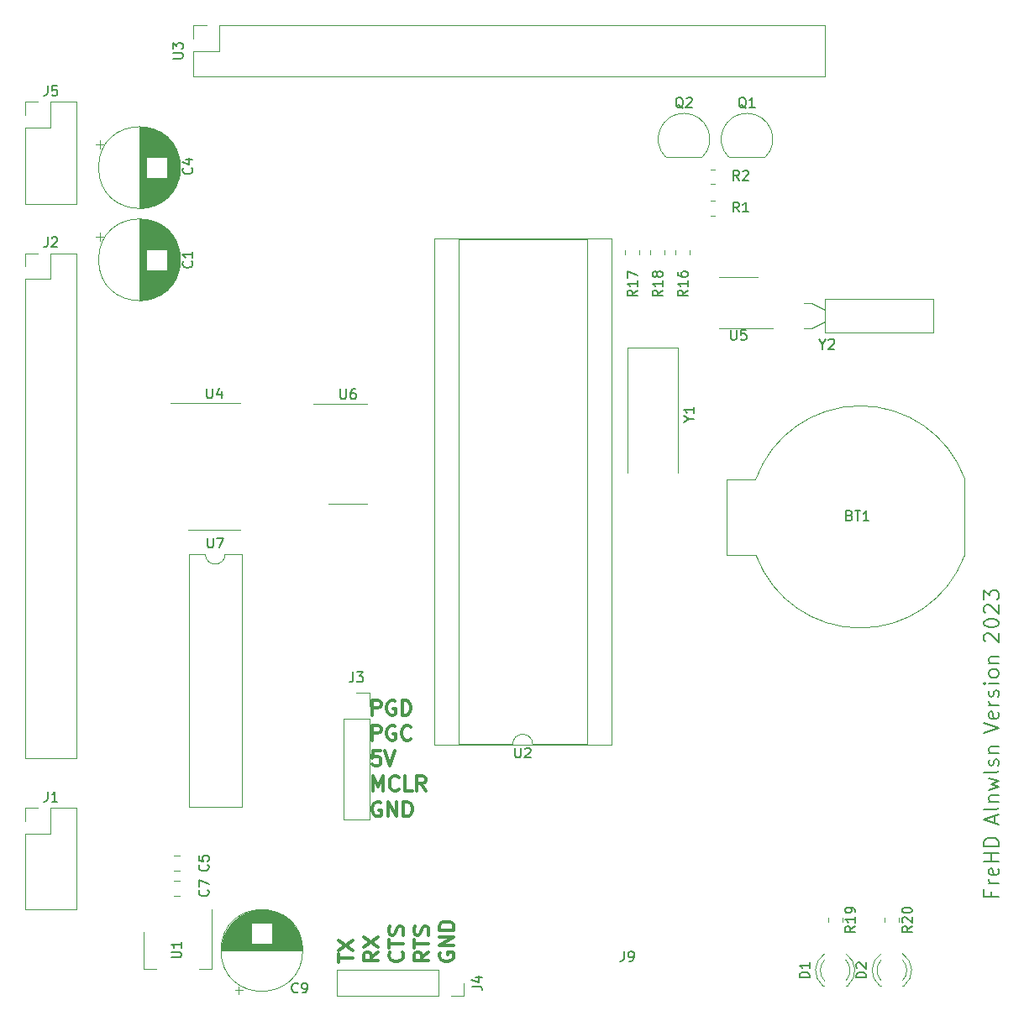
<source format=gbr>
%TF.GenerationSoftware,KiCad,Pcbnew,7.0.0-da2b9df05c~171~ubuntu22.04.1*%
%TF.CreationDate,2023-03-08T20:12:18-05:00*%
%TF.ProjectId,main,6d61696e-2e6b-4696-9361-645f70636258,rev?*%
%TF.SameCoordinates,Original*%
%TF.FileFunction,Legend,Top*%
%TF.FilePolarity,Positive*%
%FSLAX46Y46*%
G04 Gerber Fmt 4.6, Leading zero omitted, Abs format (unit mm)*
G04 Created by KiCad (PCBNEW 7.0.0-da2b9df05c~171~ubuntu22.04.1) date 2023-03-08 20:12:18*
%MOMM*%
%LPD*%
G01*
G04 APERTURE LIST*
%ADD10C,0.300000*%
%ADD11C,0.200000*%
%ADD12C,0.150000*%
%ADD13C,0.120000*%
G04 APERTURE END LIST*
D10*
X57082857Y-99905000D02*
X56940000Y-99833571D01*
X56940000Y-99833571D02*
X56725714Y-99833571D01*
X56725714Y-99833571D02*
X56511428Y-99905000D01*
X56511428Y-99905000D02*
X56368571Y-100047857D01*
X56368571Y-100047857D02*
X56297142Y-100190714D01*
X56297142Y-100190714D02*
X56225714Y-100476428D01*
X56225714Y-100476428D02*
X56225714Y-100690714D01*
X56225714Y-100690714D02*
X56297142Y-100976428D01*
X56297142Y-100976428D02*
X56368571Y-101119285D01*
X56368571Y-101119285D02*
X56511428Y-101262142D01*
X56511428Y-101262142D02*
X56725714Y-101333571D01*
X56725714Y-101333571D02*
X56868571Y-101333571D01*
X56868571Y-101333571D02*
X57082857Y-101262142D01*
X57082857Y-101262142D02*
X57154285Y-101190714D01*
X57154285Y-101190714D02*
X57154285Y-100690714D01*
X57154285Y-100690714D02*
X56868571Y-100690714D01*
X57797142Y-101333571D02*
X57797142Y-99833571D01*
X57797142Y-99833571D02*
X58654285Y-101333571D01*
X58654285Y-101333571D02*
X58654285Y-99833571D01*
X59368571Y-101333571D02*
X59368571Y-99833571D01*
X59368571Y-99833571D02*
X59725714Y-99833571D01*
X59725714Y-99833571D02*
X59940000Y-99905000D01*
X59940000Y-99905000D02*
X60082857Y-100047857D01*
X60082857Y-100047857D02*
X60154286Y-100190714D01*
X60154286Y-100190714D02*
X60225714Y-100476428D01*
X60225714Y-100476428D02*
X60225714Y-100690714D01*
X60225714Y-100690714D02*
X60154286Y-100976428D01*
X60154286Y-100976428D02*
X60082857Y-101119285D01*
X60082857Y-101119285D02*
X59940000Y-101262142D01*
X59940000Y-101262142D02*
X59725714Y-101333571D01*
X59725714Y-101333571D02*
X59368571Y-101333571D01*
X56297142Y-98733571D02*
X56297142Y-97233571D01*
X56297142Y-97233571D02*
X56797142Y-98305000D01*
X56797142Y-98305000D02*
X57297142Y-97233571D01*
X57297142Y-97233571D02*
X57297142Y-98733571D01*
X58868571Y-98590714D02*
X58797143Y-98662142D01*
X58797143Y-98662142D02*
X58582857Y-98733571D01*
X58582857Y-98733571D02*
X58440000Y-98733571D01*
X58440000Y-98733571D02*
X58225714Y-98662142D01*
X58225714Y-98662142D02*
X58082857Y-98519285D01*
X58082857Y-98519285D02*
X58011428Y-98376428D01*
X58011428Y-98376428D02*
X57940000Y-98090714D01*
X57940000Y-98090714D02*
X57940000Y-97876428D01*
X57940000Y-97876428D02*
X58011428Y-97590714D01*
X58011428Y-97590714D02*
X58082857Y-97447857D01*
X58082857Y-97447857D02*
X58225714Y-97305000D01*
X58225714Y-97305000D02*
X58440000Y-97233571D01*
X58440000Y-97233571D02*
X58582857Y-97233571D01*
X58582857Y-97233571D02*
X58797143Y-97305000D01*
X58797143Y-97305000D02*
X58868571Y-97376428D01*
X60225714Y-98733571D02*
X59511428Y-98733571D01*
X59511428Y-98733571D02*
X59511428Y-97233571D01*
X61582857Y-98733571D02*
X61082857Y-98019285D01*
X60725714Y-98733571D02*
X60725714Y-97233571D01*
X60725714Y-97233571D02*
X61297143Y-97233571D01*
X61297143Y-97233571D02*
X61440000Y-97305000D01*
X61440000Y-97305000D02*
X61511429Y-97376428D01*
X61511429Y-97376428D02*
X61582857Y-97519285D01*
X61582857Y-97519285D02*
X61582857Y-97733571D01*
X61582857Y-97733571D02*
X61511429Y-97876428D01*
X61511429Y-97876428D02*
X61440000Y-97947857D01*
X61440000Y-97947857D02*
X61297143Y-98019285D01*
X61297143Y-98019285D02*
X60725714Y-98019285D01*
X57011428Y-94723571D02*
X56297142Y-94723571D01*
X56297142Y-94723571D02*
X56225714Y-95437857D01*
X56225714Y-95437857D02*
X56297142Y-95366428D01*
X56297142Y-95366428D02*
X56440000Y-95295000D01*
X56440000Y-95295000D02*
X56797142Y-95295000D01*
X56797142Y-95295000D02*
X56940000Y-95366428D01*
X56940000Y-95366428D02*
X57011428Y-95437857D01*
X57011428Y-95437857D02*
X57082857Y-95580714D01*
X57082857Y-95580714D02*
X57082857Y-95937857D01*
X57082857Y-95937857D02*
X57011428Y-96080714D01*
X57011428Y-96080714D02*
X56940000Y-96152142D01*
X56940000Y-96152142D02*
X56797142Y-96223571D01*
X56797142Y-96223571D02*
X56440000Y-96223571D01*
X56440000Y-96223571D02*
X56297142Y-96152142D01*
X56297142Y-96152142D02*
X56225714Y-96080714D01*
X57511428Y-94723571D02*
X58011428Y-96223571D01*
X58011428Y-96223571D02*
X58511428Y-94723571D01*
X56237142Y-93653571D02*
X56237142Y-92153571D01*
X56237142Y-92153571D02*
X56808571Y-92153571D01*
X56808571Y-92153571D02*
X56951428Y-92225000D01*
X56951428Y-92225000D02*
X57022857Y-92296428D01*
X57022857Y-92296428D02*
X57094285Y-92439285D01*
X57094285Y-92439285D02*
X57094285Y-92653571D01*
X57094285Y-92653571D02*
X57022857Y-92796428D01*
X57022857Y-92796428D02*
X56951428Y-92867857D01*
X56951428Y-92867857D02*
X56808571Y-92939285D01*
X56808571Y-92939285D02*
X56237142Y-92939285D01*
X58522857Y-92225000D02*
X58380000Y-92153571D01*
X58380000Y-92153571D02*
X58165714Y-92153571D01*
X58165714Y-92153571D02*
X57951428Y-92225000D01*
X57951428Y-92225000D02*
X57808571Y-92367857D01*
X57808571Y-92367857D02*
X57737142Y-92510714D01*
X57737142Y-92510714D02*
X57665714Y-92796428D01*
X57665714Y-92796428D02*
X57665714Y-93010714D01*
X57665714Y-93010714D02*
X57737142Y-93296428D01*
X57737142Y-93296428D02*
X57808571Y-93439285D01*
X57808571Y-93439285D02*
X57951428Y-93582142D01*
X57951428Y-93582142D02*
X58165714Y-93653571D01*
X58165714Y-93653571D02*
X58308571Y-93653571D01*
X58308571Y-93653571D02*
X58522857Y-93582142D01*
X58522857Y-93582142D02*
X58594285Y-93510714D01*
X58594285Y-93510714D02*
X58594285Y-93010714D01*
X58594285Y-93010714D02*
X58308571Y-93010714D01*
X60094285Y-93510714D02*
X60022857Y-93582142D01*
X60022857Y-93582142D02*
X59808571Y-93653571D01*
X59808571Y-93653571D02*
X59665714Y-93653571D01*
X59665714Y-93653571D02*
X59451428Y-93582142D01*
X59451428Y-93582142D02*
X59308571Y-93439285D01*
X59308571Y-93439285D02*
X59237142Y-93296428D01*
X59237142Y-93296428D02*
X59165714Y-93010714D01*
X59165714Y-93010714D02*
X59165714Y-92796428D01*
X59165714Y-92796428D02*
X59237142Y-92510714D01*
X59237142Y-92510714D02*
X59308571Y-92367857D01*
X59308571Y-92367857D02*
X59451428Y-92225000D01*
X59451428Y-92225000D02*
X59665714Y-92153571D01*
X59665714Y-92153571D02*
X59808571Y-92153571D01*
X59808571Y-92153571D02*
X60022857Y-92225000D01*
X60022857Y-92225000D02*
X60094285Y-92296428D01*
X56237142Y-91113571D02*
X56237142Y-89613571D01*
X56237142Y-89613571D02*
X56808571Y-89613571D01*
X56808571Y-89613571D02*
X56951428Y-89685000D01*
X56951428Y-89685000D02*
X57022857Y-89756428D01*
X57022857Y-89756428D02*
X57094285Y-89899285D01*
X57094285Y-89899285D02*
X57094285Y-90113571D01*
X57094285Y-90113571D02*
X57022857Y-90256428D01*
X57022857Y-90256428D02*
X56951428Y-90327857D01*
X56951428Y-90327857D02*
X56808571Y-90399285D01*
X56808571Y-90399285D02*
X56237142Y-90399285D01*
X58522857Y-89685000D02*
X58380000Y-89613571D01*
X58380000Y-89613571D02*
X58165714Y-89613571D01*
X58165714Y-89613571D02*
X57951428Y-89685000D01*
X57951428Y-89685000D02*
X57808571Y-89827857D01*
X57808571Y-89827857D02*
X57737142Y-89970714D01*
X57737142Y-89970714D02*
X57665714Y-90256428D01*
X57665714Y-90256428D02*
X57665714Y-90470714D01*
X57665714Y-90470714D02*
X57737142Y-90756428D01*
X57737142Y-90756428D02*
X57808571Y-90899285D01*
X57808571Y-90899285D02*
X57951428Y-91042142D01*
X57951428Y-91042142D02*
X58165714Y-91113571D01*
X58165714Y-91113571D02*
X58308571Y-91113571D01*
X58308571Y-91113571D02*
X58522857Y-91042142D01*
X58522857Y-91042142D02*
X58594285Y-90970714D01*
X58594285Y-90970714D02*
X58594285Y-90470714D01*
X58594285Y-90470714D02*
X58308571Y-90470714D01*
X59237142Y-91113571D02*
X59237142Y-89613571D01*
X59237142Y-89613571D02*
X59594285Y-89613571D01*
X59594285Y-89613571D02*
X59808571Y-89685000D01*
X59808571Y-89685000D02*
X59951428Y-89827857D01*
X59951428Y-89827857D02*
X60022857Y-89970714D01*
X60022857Y-89970714D02*
X60094285Y-90256428D01*
X60094285Y-90256428D02*
X60094285Y-90470714D01*
X60094285Y-90470714D02*
X60022857Y-90756428D01*
X60022857Y-90756428D02*
X59951428Y-90899285D01*
X59951428Y-90899285D02*
X59808571Y-91042142D01*
X59808571Y-91042142D02*
X59594285Y-91113571D01*
X59594285Y-91113571D02*
X59237142Y-91113571D01*
X63015000Y-115062142D02*
X62943571Y-115205000D01*
X62943571Y-115205000D02*
X62943571Y-115419285D01*
X62943571Y-115419285D02*
X63015000Y-115633571D01*
X63015000Y-115633571D02*
X63157857Y-115776428D01*
X63157857Y-115776428D02*
X63300714Y-115847857D01*
X63300714Y-115847857D02*
X63586428Y-115919285D01*
X63586428Y-115919285D02*
X63800714Y-115919285D01*
X63800714Y-115919285D02*
X64086428Y-115847857D01*
X64086428Y-115847857D02*
X64229285Y-115776428D01*
X64229285Y-115776428D02*
X64372142Y-115633571D01*
X64372142Y-115633571D02*
X64443571Y-115419285D01*
X64443571Y-115419285D02*
X64443571Y-115276428D01*
X64443571Y-115276428D02*
X64372142Y-115062142D01*
X64372142Y-115062142D02*
X64300714Y-114990714D01*
X64300714Y-114990714D02*
X63800714Y-114990714D01*
X63800714Y-114990714D02*
X63800714Y-115276428D01*
X64443571Y-114347857D02*
X62943571Y-114347857D01*
X62943571Y-114347857D02*
X64443571Y-113490714D01*
X64443571Y-113490714D02*
X62943571Y-113490714D01*
X64443571Y-112776428D02*
X62943571Y-112776428D01*
X62943571Y-112776428D02*
X62943571Y-112419285D01*
X62943571Y-112419285D02*
X63015000Y-112204999D01*
X63015000Y-112204999D02*
X63157857Y-112062142D01*
X63157857Y-112062142D02*
X63300714Y-111990713D01*
X63300714Y-111990713D02*
X63586428Y-111919285D01*
X63586428Y-111919285D02*
X63800714Y-111919285D01*
X63800714Y-111919285D02*
X64086428Y-111990713D01*
X64086428Y-111990713D02*
X64229285Y-112062142D01*
X64229285Y-112062142D02*
X64372142Y-112204999D01*
X64372142Y-112204999D02*
X64443571Y-112419285D01*
X64443571Y-112419285D02*
X64443571Y-112776428D01*
X61903571Y-114990714D02*
X61189285Y-115490714D01*
X61903571Y-115847857D02*
X60403571Y-115847857D01*
X60403571Y-115847857D02*
X60403571Y-115276428D01*
X60403571Y-115276428D02*
X60475000Y-115133571D01*
X60475000Y-115133571D02*
X60546428Y-115062142D01*
X60546428Y-115062142D02*
X60689285Y-114990714D01*
X60689285Y-114990714D02*
X60903571Y-114990714D01*
X60903571Y-114990714D02*
X61046428Y-115062142D01*
X61046428Y-115062142D02*
X61117857Y-115133571D01*
X61117857Y-115133571D02*
X61189285Y-115276428D01*
X61189285Y-115276428D02*
X61189285Y-115847857D01*
X60403571Y-114562142D02*
X60403571Y-113705000D01*
X61903571Y-114133571D02*
X60403571Y-114133571D01*
X61832142Y-113276428D02*
X61903571Y-113062143D01*
X61903571Y-113062143D02*
X61903571Y-112705000D01*
X61903571Y-112705000D02*
X61832142Y-112562143D01*
X61832142Y-112562143D02*
X61760714Y-112490714D01*
X61760714Y-112490714D02*
X61617857Y-112419285D01*
X61617857Y-112419285D02*
X61475000Y-112419285D01*
X61475000Y-112419285D02*
X61332142Y-112490714D01*
X61332142Y-112490714D02*
X61260714Y-112562143D01*
X61260714Y-112562143D02*
X61189285Y-112705000D01*
X61189285Y-112705000D02*
X61117857Y-112990714D01*
X61117857Y-112990714D02*
X61046428Y-113133571D01*
X61046428Y-113133571D02*
X60975000Y-113205000D01*
X60975000Y-113205000D02*
X60832142Y-113276428D01*
X60832142Y-113276428D02*
X60689285Y-113276428D01*
X60689285Y-113276428D02*
X60546428Y-113205000D01*
X60546428Y-113205000D02*
X60475000Y-113133571D01*
X60475000Y-113133571D02*
X60403571Y-112990714D01*
X60403571Y-112990714D02*
X60403571Y-112633571D01*
X60403571Y-112633571D02*
X60475000Y-112419285D01*
X59220714Y-114990714D02*
X59292142Y-115062142D01*
X59292142Y-115062142D02*
X59363571Y-115276428D01*
X59363571Y-115276428D02*
X59363571Y-115419285D01*
X59363571Y-115419285D02*
X59292142Y-115633571D01*
X59292142Y-115633571D02*
X59149285Y-115776428D01*
X59149285Y-115776428D02*
X59006428Y-115847857D01*
X59006428Y-115847857D02*
X58720714Y-115919285D01*
X58720714Y-115919285D02*
X58506428Y-115919285D01*
X58506428Y-115919285D02*
X58220714Y-115847857D01*
X58220714Y-115847857D02*
X58077857Y-115776428D01*
X58077857Y-115776428D02*
X57935000Y-115633571D01*
X57935000Y-115633571D02*
X57863571Y-115419285D01*
X57863571Y-115419285D02*
X57863571Y-115276428D01*
X57863571Y-115276428D02*
X57935000Y-115062142D01*
X57935000Y-115062142D02*
X58006428Y-114990714D01*
X57863571Y-114562142D02*
X57863571Y-113705000D01*
X59363571Y-114133571D02*
X57863571Y-114133571D01*
X59292142Y-113276428D02*
X59363571Y-113062143D01*
X59363571Y-113062143D02*
X59363571Y-112705000D01*
X59363571Y-112705000D02*
X59292142Y-112562143D01*
X59292142Y-112562143D02*
X59220714Y-112490714D01*
X59220714Y-112490714D02*
X59077857Y-112419285D01*
X59077857Y-112419285D02*
X58935000Y-112419285D01*
X58935000Y-112419285D02*
X58792142Y-112490714D01*
X58792142Y-112490714D02*
X58720714Y-112562143D01*
X58720714Y-112562143D02*
X58649285Y-112705000D01*
X58649285Y-112705000D02*
X58577857Y-112990714D01*
X58577857Y-112990714D02*
X58506428Y-113133571D01*
X58506428Y-113133571D02*
X58435000Y-113205000D01*
X58435000Y-113205000D02*
X58292142Y-113276428D01*
X58292142Y-113276428D02*
X58149285Y-113276428D01*
X58149285Y-113276428D02*
X58006428Y-113205000D01*
X58006428Y-113205000D02*
X57935000Y-113133571D01*
X57935000Y-113133571D02*
X57863571Y-112990714D01*
X57863571Y-112990714D02*
X57863571Y-112633571D01*
X57863571Y-112633571D02*
X57935000Y-112419285D01*
X56823571Y-114990714D02*
X56109285Y-115490714D01*
X56823571Y-115847857D02*
X55323571Y-115847857D01*
X55323571Y-115847857D02*
X55323571Y-115276428D01*
X55323571Y-115276428D02*
X55395000Y-115133571D01*
X55395000Y-115133571D02*
X55466428Y-115062142D01*
X55466428Y-115062142D02*
X55609285Y-114990714D01*
X55609285Y-114990714D02*
X55823571Y-114990714D01*
X55823571Y-114990714D02*
X55966428Y-115062142D01*
X55966428Y-115062142D02*
X56037857Y-115133571D01*
X56037857Y-115133571D02*
X56109285Y-115276428D01*
X56109285Y-115276428D02*
X56109285Y-115847857D01*
X55323571Y-114490714D02*
X56823571Y-113490714D01*
X55323571Y-113490714D02*
X56823571Y-114490714D01*
X52783571Y-116062142D02*
X52783571Y-115205000D01*
X54283571Y-115633571D02*
X52783571Y-115633571D01*
X52783571Y-114847857D02*
X54283571Y-113847857D01*
X52783571Y-113847857D02*
X54283571Y-114847857D01*
D11*
X118565357Y-108885713D02*
X118565357Y-109385713D01*
X119351071Y-109385713D02*
X117851071Y-109385713D01*
X117851071Y-109385713D02*
X117851071Y-108671427D01*
X119351071Y-108099999D02*
X118351071Y-108099999D01*
X118636785Y-108099999D02*
X118493928Y-108028570D01*
X118493928Y-108028570D02*
X118422500Y-107957142D01*
X118422500Y-107957142D02*
X118351071Y-107814284D01*
X118351071Y-107814284D02*
X118351071Y-107671427D01*
X119279642Y-106599999D02*
X119351071Y-106742856D01*
X119351071Y-106742856D02*
X119351071Y-107028571D01*
X119351071Y-107028571D02*
X119279642Y-107171428D01*
X119279642Y-107171428D02*
X119136785Y-107242856D01*
X119136785Y-107242856D02*
X118565357Y-107242856D01*
X118565357Y-107242856D02*
X118422500Y-107171428D01*
X118422500Y-107171428D02*
X118351071Y-107028571D01*
X118351071Y-107028571D02*
X118351071Y-106742856D01*
X118351071Y-106742856D02*
X118422500Y-106599999D01*
X118422500Y-106599999D02*
X118565357Y-106528571D01*
X118565357Y-106528571D02*
X118708214Y-106528571D01*
X118708214Y-106528571D02*
X118851071Y-107242856D01*
X119351071Y-105885714D02*
X117851071Y-105885714D01*
X118565357Y-105885714D02*
X118565357Y-105028571D01*
X119351071Y-105028571D02*
X117851071Y-105028571D01*
X119351071Y-104314285D02*
X117851071Y-104314285D01*
X117851071Y-104314285D02*
X117851071Y-103957142D01*
X117851071Y-103957142D02*
X117922500Y-103742856D01*
X117922500Y-103742856D02*
X118065357Y-103599999D01*
X118065357Y-103599999D02*
X118208214Y-103528570D01*
X118208214Y-103528570D02*
X118493928Y-103457142D01*
X118493928Y-103457142D02*
X118708214Y-103457142D01*
X118708214Y-103457142D02*
X118993928Y-103528570D01*
X118993928Y-103528570D02*
X119136785Y-103599999D01*
X119136785Y-103599999D02*
X119279642Y-103742856D01*
X119279642Y-103742856D02*
X119351071Y-103957142D01*
X119351071Y-103957142D02*
X119351071Y-104314285D01*
X118922500Y-101985713D02*
X118922500Y-101271428D01*
X119351071Y-102128570D02*
X117851071Y-101628570D01*
X117851071Y-101628570D02*
X119351071Y-101128570D01*
X119351071Y-100414285D02*
X119279642Y-100557142D01*
X119279642Y-100557142D02*
X119136785Y-100628571D01*
X119136785Y-100628571D02*
X117851071Y-100628571D01*
X118351071Y-99842857D02*
X119351071Y-99842857D01*
X118493928Y-99842857D02*
X118422500Y-99771428D01*
X118422500Y-99771428D02*
X118351071Y-99628571D01*
X118351071Y-99628571D02*
X118351071Y-99414285D01*
X118351071Y-99414285D02*
X118422500Y-99271428D01*
X118422500Y-99271428D02*
X118565357Y-99200000D01*
X118565357Y-99200000D02*
X119351071Y-99200000D01*
X118351071Y-98628571D02*
X119351071Y-98342857D01*
X119351071Y-98342857D02*
X118636785Y-98057142D01*
X118636785Y-98057142D02*
X119351071Y-97771428D01*
X119351071Y-97771428D02*
X118351071Y-97485714D01*
X119351071Y-96699999D02*
X119279642Y-96842856D01*
X119279642Y-96842856D02*
X119136785Y-96914285D01*
X119136785Y-96914285D02*
X117851071Y-96914285D01*
X119279642Y-96199999D02*
X119351071Y-96057142D01*
X119351071Y-96057142D02*
X119351071Y-95771428D01*
X119351071Y-95771428D02*
X119279642Y-95628571D01*
X119279642Y-95628571D02*
X119136785Y-95557142D01*
X119136785Y-95557142D02*
X119065357Y-95557142D01*
X119065357Y-95557142D02*
X118922500Y-95628571D01*
X118922500Y-95628571D02*
X118851071Y-95771428D01*
X118851071Y-95771428D02*
X118851071Y-95985714D01*
X118851071Y-95985714D02*
X118779642Y-96128571D01*
X118779642Y-96128571D02*
X118636785Y-96199999D01*
X118636785Y-96199999D02*
X118565357Y-96199999D01*
X118565357Y-96199999D02*
X118422500Y-96128571D01*
X118422500Y-96128571D02*
X118351071Y-95985714D01*
X118351071Y-95985714D02*
X118351071Y-95771428D01*
X118351071Y-95771428D02*
X118422500Y-95628571D01*
X118351071Y-94914285D02*
X119351071Y-94914285D01*
X118493928Y-94914285D02*
X118422500Y-94842856D01*
X118422500Y-94842856D02*
X118351071Y-94699999D01*
X118351071Y-94699999D02*
X118351071Y-94485713D01*
X118351071Y-94485713D02*
X118422500Y-94342856D01*
X118422500Y-94342856D02*
X118565357Y-94271428D01*
X118565357Y-94271428D02*
X119351071Y-94271428D01*
X117851071Y-92871427D02*
X119351071Y-92371427D01*
X119351071Y-92371427D02*
X117851071Y-91871427D01*
X119279642Y-90799999D02*
X119351071Y-90942856D01*
X119351071Y-90942856D02*
X119351071Y-91228571D01*
X119351071Y-91228571D02*
X119279642Y-91371428D01*
X119279642Y-91371428D02*
X119136785Y-91442856D01*
X119136785Y-91442856D02*
X118565357Y-91442856D01*
X118565357Y-91442856D02*
X118422500Y-91371428D01*
X118422500Y-91371428D02*
X118351071Y-91228571D01*
X118351071Y-91228571D02*
X118351071Y-90942856D01*
X118351071Y-90942856D02*
X118422500Y-90799999D01*
X118422500Y-90799999D02*
X118565357Y-90728571D01*
X118565357Y-90728571D02*
X118708214Y-90728571D01*
X118708214Y-90728571D02*
X118851071Y-91442856D01*
X119351071Y-90085714D02*
X118351071Y-90085714D01*
X118636785Y-90085714D02*
X118493928Y-90014285D01*
X118493928Y-90014285D02*
X118422500Y-89942857D01*
X118422500Y-89942857D02*
X118351071Y-89799999D01*
X118351071Y-89799999D02*
X118351071Y-89657142D01*
X119279642Y-89228571D02*
X119351071Y-89085714D01*
X119351071Y-89085714D02*
X119351071Y-88800000D01*
X119351071Y-88800000D02*
X119279642Y-88657143D01*
X119279642Y-88657143D02*
X119136785Y-88585714D01*
X119136785Y-88585714D02*
X119065357Y-88585714D01*
X119065357Y-88585714D02*
X118922500Y-88657143D01*
X118922500Y-88657143D02*
X118851071Y-88800000D01*
X118851071Y-88800000D02*
X118851071Y-89014286D01*
X118851071Y-89014286D02*
X118779642Y-89157143D01*
X118779642Y-89157143D02*
X118636785Y-89228571D01*
X118636785Y-89228571D02*
X118565357Y-89228571D01*
X118565357Y-89228571D02*
X118422500Y-89157143D01*
X118422500Y-89157143D02*
X118351071Y-89014286D01*
X118351071Y-89014286D02*
X118351071Y-88800000D01*
X118351071Y-88800000D02*
X118422500Y-88657143D01*
X119351071Y-87942857D02*
X118351071Y-87942857D01*
X117851071Y-87942857D02*
X117922500Y-88014285D01*
X117922500Y-88014285D02*
X117993928Y-87942857D01*
X117993928Y-87942857D02*
X117922500Y-87871428D01*
X117922500Y-87871428D02*
X117851071Y-87942857D01*
X117851071Y-87942857D02*
X117993928Y-87942857D01*
X119351071Y-87014285D02*
X119279642Y-87157142D01*
X119279642Y-87157142D02*
X119208214Y-87228571D01*
X119208214Y-87228571D02*
X119065357Y-87299999D01*
X119065357Y-87299999D02*
X118636785Y-87299999D01*
X118636785Y-87299999D02*
X118493928Y-87228571D01*
X118493928Y-87228571D02*
X118422500Y-87157142D01*
X118422500Y-87157142D02*
X118351071Y-87014285D01*
X118351071Y-87014285D02*
X118351071Y-86799999D01*
X118351071Y-86799999D02*
X118422500Y-86657142D01*
X118422500Y-86657142D02*
X118493928Y-86585714D01*
X118493928Y-86585714D02*
X118636785Y-86514285D01*
X118636785Y-86514285D02*
X119065357Y-86514285D01*
X119065357Y-86514285D02*
X119208214Y-86585714D01*
X119208214Y-86585714D02*
X119279642Y-86657142D01*
X119279642Y-86657142D02*
X119351071Y-86799999D01*
X119351071Y-86799999D02*
X119351071Y-87014285D01*
X118351071Y-85871428D02*
X119351071Y-85871428D01*
X118493928Y-85871428D02*
X118422500Y-85799999D01*
X118422500Y-85799999D02*
X118351071Y-85657142D01*
X118351071Y-85657142D02*
X118351071Y-85442856D01*
X118351071Y-85442856D02*
X118422500Y-85299999D01*
X118422500Y-85299999D02*
X118565357Y-85228571D01*
X118565357Y-85228571D02*
X119351071Y-85228571D01*
X117993928Y-83685713D02*
X117922500Y-83614285D01*
X117922500Y-83614285D02*
X117851071Y-83471428D01*
X117851071Y-83471428D02*
X117851071Y-83114285D01*
X117851071Y-83114285D02*
X117922500Y-82971428D01*
X117922500Y-82971428D02*
X117993928Y-82899999D01*
X117993928Y-82899999D02*
X118136785Y-82828570D01*
X118136785Y-82828570D02*
X118279642Y-82828570D01*
X118279642Y-82828570D02*
X118493928Y-82899999D01*
X118493928Y-82899999D02*
X119351071Y-83757142D01*
X119351071Y-83757142D02*
X119351071Y-82828570D01*
X117851071Y-81899999D02*
X117851071Y-81757142D01*
X117851071Y-81757142D02*
X117922500Y-81614285D01*
X117922500Y-81614285D02*
X117993928Y-81542857D01*
X117993928Y-81542857D02*
X118136785Y-81471428D01*
X118136785Y-81471428D02*
X118422500Y-81399999D01*
X118422500Y-81399999D02*
X118779642Y-81399999D01*
X118779642Y-81399999D02*
X119065357Y-81471428D01*
X119065357Y-81471428D02*
X119208214Y-81542857D01*
X119208214Y-81542857D02*
X119279642Y-81614285D01*
X119279642Y-81614285D02*
X119351071Y-81757142D01*
X119351071Y-81757142D02*
X119351071Y-81899999D01*
X119351071Y-81899999D02*
X119279642Y-82042857D01*
X119279642Y-82042857D02*
X119208214Y-82114285D01*
X119208214Y-82114285D02*
X119065357Y-82185714D01*
X119065357Y-82185714D02*
X118779642Y-82257142D01*
X118779642Y-82257142D02*
X118422500Y-82257142D01*
X118422500Y-82257142D02*
X118136785Y-82185714D01*
X118136785Y-82185714D02*
X117993928Y-82114285D01*
X117993928Y-82114285D02*
X117922500Y-82042857D01*
X117922500Y-82042857D02*
X117851071Y-81899999D01*
X117993928Y-80828571D02*
X117922500Y-80757143D01*
X117922500Y-80757143D02*
X117851071Y-80614286D01*
X117851071Y-80614286D02*
X117851071Y-80257143D01*
X117851071Y-80257143D02*
X117922500Y-80114286D01*
X117922500Y-80114286D02*
X117993928Y-80042857D01*
X117993928Y-80042857D02*
X118136785Y-79971428D01*
X118136785Y-79971428D02*
X118279642Y-79971428D01*
X118279642Y-79971428D02*
X118493928Y-80042857D01*
X118493928Y-80042857D02*
X119351071Y-80900000D01*
X119351071Y-80900000D02*
X119351071Y-79971428D01*
X117851071Y-79471429D02*
X117851071Y-78542857D01*
X117851071Y-78542857D02*
X118422500Y-79042857D01*
X118422500Y-79042857D02*
X118422500Y-78828572D01*
X118422500Y-78828572D02*
X118493928Y-78685715D01*
X118493928Y-78685715D02*
X118565357Y-78614286D01*
X118565357Y-78614286D02*
X118708214Y-78542857D01*
X118708214Y-78542857D02*
X119065357Y-78542857D01*
X119065357Y-78542857D02*
X119208214Y-78614286D01*
X119208214Y-78614286D02*
X119279642Y-78685715D01*
X119279642Y-78685715D02*
X119351071Y-78828572D01*
X119351071Y-78828572D02*
X119351071Y-79257143D01*
X119351071Y-79257143D02*
X119279642Y-79400000D01*
X119279642Y-79400000D02*
X119208214Y-79471429D01*
D12*
%TO.C,J1*%
X23476666Y-98817380D02*
X23476666Y-99531666D01*
X23476666Y-99531666D02*
X23429047Y-99674523D01*
X23429047Y-99674523D02*
X23333809Y-99769761D01*
X23333809Y-99769761D02*
X23190952Y-99817380D01*
X23190952Y-99817380D02*
X23095714Y-99817380D01*
X24476666Y-99817380D02*
X23905238Y-99817380D01*
X24190952Y-99817380D02*
X24190952Y-98817380D01*
X24190952Y-98817380D02*
X24095714Y-98960238D01*
X24095714Y-98960238D02*
X24000476Y-99055476D01*
X24000476Y-99055476D02*
X23905238Y-99103095D01*
%TO.C,J5*%
X23476666Y-27637380D02*
X23476666Y-28351666D01*
X23476666Y-28351666D02*
X23429047Y-28494523D01*
X23429047Y-28494523D02*
X23333809Y-28589761D01*
X23333809Y-28589761D02*
X23190952Y-28637380D01*
X23190952Y-28637380D02*
X23095714Y-28637380D01*
X24429047Y-27637380D02*
X23952857Y-27637380D01*
X23952857Y-27637380D02*
X23905238Y-28113571D01*
X23905238Y-28113571D02*
X23952857Y-28065952D01*
X23952857Y-28065952D02*
X24048095Y-28018333D01*
X24048095Y-28018333D02*
X24286190Y-28018333D01*
X24286190Y-28018333D02*
X24381428Y-28065952D01*
X24381428Y-28065952D02*
X24429047Y-28113571D01*
X24429047Y-28113571D02*
X24476666Y-28208809D01*
X24476666Y-28208809D02*
X24476666Y-28446904D01*
X24476666Y-28446904D02*
X24429047Y-28542142D01*
X24429047Y-28542142D02*
X24381428Y-28589761D01*
X24381428Y-28589761D02*
X24286190Y-28637380D01*
X24286190Y-28637380D02*
X24048095Y-28637380D01*
X24048095Y-28637380D02*
X23952857Y-28589761D01*
X23952857Y-28589761D02*
X23905238Y-28542142D01*
%TO.C,J2*%
X23476666Y-42907380D02*
X23476666Y-43621666D01*
X23476666Y-43621666D02*
X23429047Y-43764523D01*
X23429047Y-43764523D02*
X23333809Y-43859761D01*
X23333809Y-43859761D02*
X23190952Y-43907380D01*
X23190952Y-43907380D02*
X23095714Y-43907380D01*
X23905238Y-43002619D02*
X23952857Y-42955000D01*
X23952857Y-42955000D02*
X24048095Y-42907380D01*
X24048095Y-42907380D02*
X24286190Y-42907380D01*
X24286190Y-42907380D02*
X24381428Y-42955000D01*
X24381428Y-42955000D02*
X24429047Y-43002619D01*
X24429047Y-43002619D02*
X24476666Y-43097857D01*
X24476666Y-43097857D02*
X24476666Y-43193095D01*
X24476666Y-43193095D02*
X24429047Y-43335952D01*
X24429047Y-43335952D02*
X23857619Y-43907380D01*
X23857619Y-43907380D02*
X24476666Y-43907380D01*
%TO.C,C4*%
X38004142Y-35932466D02*
X38051761Y-35980085D01*
X38051761Y-35980085D02*
X38099380Y-36122942D01*
X38099380Y-36122942D02*
X38099380Y-36218180D01*
X38099380Y-36218180D02*
X38051761Y-36361037D01*
X38051761Y-36361037D02*
X37956523Y-36456275D01*
X37956523Y-36456275D02*
X37861285Y-36503894D01*
X37861285Y-36503894D02*
X37670809Y-36551513D01*
X37670809Y-36551513D02*
X37527952Y-36551513D01*
X37527952Y-36551513D02*
X37337476Y-36503894D01*
X37337476Y-36503894D02*
X37242238Y-36456275D01*
X37242238Y-36456275D02*
X37147000Y-36361037D01*
X37147000Y-36361037D02*
X37099380Y-36218180D01*
X37099380Y-36218180D02*
X37099380Y-36122942D01*
X37099380Y-36122942D02*
X37147000Y-35980085D01*
X37147000Y-35980085D02*
X37194619Y-35932466D01*
X37432714Y-35075323D02*
X38099380Y-35075323D01*
X37051761Y-35313418D02*
X37766047Y-35551513D01*
X37766047Y-35551513D02*
X37766047Y-34932466D01*
%TO.C,C1*%
X38004142Y-45359466D02*
X38051761Y-45407085D01*
X38051761Y-45407085D02*
X38099380Y-45549942D01*
X38099380Y-45549942D02*
X38099380Y-45645180D01*
X38099380Y-45645180D02*
X38051761Y-45788037D01*
X38051761Y-45788037D02*
X37956523Y-45883275D01*
X37956523Y-45883275D02*
X37861285Y-45930894D01*
X37861285Y-45930894D02*
X37670809Y-45978513D01*
X37670809Y-45978513D02*
X37527952Y-45978513D01*
X37527952Y-45978513D02*
X37337476Y-45930894D01*
X37337476Y-45930894D02*
X37242238Y-45883275D01*
X37242238Y-45883275D02*
X37147000Y-45788037D01*
X37147000Y-45788037D02*
X37099380Y-45645180D01*
X37099380Y-45645180D02*
X37099380Y-45549942D01*
X37099380Y-45549942D02*
X37147000Y-45407085D01*
X37147000Y-45407085D02*
X37194619Y-45359466D01*
X38099380Y-44407085D02*
X38099380Y-44978513D01*
X38099380Y-44692799D02*
X37099380Y-44692799D01*
X37099380Y-44692799D02*
X37242238Y-44788037D01*
X37242238Y-44788037D02*
X37337476Y-44883275D01*
X37337476Y-44883275D02*
X37385095Y-44978513D01*
%TO.C,C9*%
X48728333Y-119017191D02*
X48680714Y-119064810D01*
X48680714Y-119064810D02*
X48537857Y-119112429D01*
X48537857Y-119112429D02*
X48442619Y-119112429D01*
X48442619Y-119112429D02*
X48299762Y-119064810D01*
X48299762Y-119064810D02*
X48204524Y-118969572D01*
X48204524Y-118969572D02*
X48156905Y-118874334D01*
X48156905Y-118874334D02*
X48109286Y-118683858D01*
X48109286Y-118683858D02*
X48109286Y-118541001D01*
X48109286Y-118541001D02*
X48156905Y-118350525D01*
X48156905Y-118350525D02*
X48204524Y-118255287D01*
X48204524Y-118255287D02*
X48299762Y-118160049D01*
X48299762Y-118160049D02*
X48442619Y-118112429D01*
X48442619Y-118112429D02*
X48537857Y-118112429D01*
X48537857Y-118112429D02*
X48680714Y-118160049D01*
X48680714Y-118160049D02*
X48728333Y-118207668D01*
X49204524Y-119112429D02*
X49395000Y-119112429D01*
X49395000Y-119112429D02*
X49490238Y-119064810D01*
X49490238Y-119064810D02*
X49537857Y-119017191D01*
X49537857Y-119017191D02*
X49633095Y-118874334D01*
X49633095Y-118874334D02*
X49680714Y-118683858D01*
X49680714Y-118683858D02*
X49680714Y-118302906D01*
X49680714Y-118302906D02*
X49633095Y-118207668D01*
X49633095Y-118207668D02*
X49585476Y-118160049D01*
X49585476Y-118160049D02*
X49490238Y-118112429D01*
X49490238Y-118112429D02*
X49299762Y-118112429D01*
X49299762Y-118112429D02*
X49204524Y-118160049D01*
X49204524Y-118160049D02*
X49156905Y-118207668D01*
X49156905Y-118207668D02*
X49109286Y-118302906D01*
X49109286Y-118302906D02*
X49109286Y-118541001D01*
X49109286Y-118541001D02*
X49156905Y-118636239D01*
X49156905Y-118636239D02*
X49204524Y-118683858D01*
X49204524Y-118683858D02*
X49299762Y-118731477D01*
X49299762Y-118731477D02*
X49490238Y-118731477D01*
X49490238Y-118731477D02*
X49585476Y-118683858D01*
X49585476Y-118683858D02*
X49633095Y-118636239D01*
X49633095Y-118636239D02*
X49680714Y-118541001D01*
%TO.C,C5*%
X39642142Y-106211666D02*
X39689761Y-106259285D01*
X39689761Y-106259285D02*
X39737380Y-106402142D01*
X39737380Y-106402142D02*
X39737380Y-106497380D01*
X39737380Y-106497380D02*
X39689761Y-106640237D01*
X39689761Y-106640237D02*
X39594523Y-106735475D01*
X39594523Y-106735475D02*
X39499285Y-106783094D01*
X39499285Y-106783094D02*
X39308809Y-106830713D01*
X39308809Y-106830713D02*
X39165952Y-106830713D01*
X39165952Y-106830713D02*
X38975476Y-106783094D01*
X38975476Y-106783094D02*
X38880238Y-106735475D01*
X38880238Y-106735475D02*
X38785000Y-106640237D01*
X38785000Y-106640237D02*
X38737380Y-106497380D01*
X38737380Y-106497380D02*
X38737380Y-106402142D01*
X38737380Y-106402142D02*
X38785000Y-106259285D01*
X38785000Y-106259285D02*
X38832619Y-106211666D01*
X38737380Y-105306904D02*
X38737380Y-105783094D01*
X38737380Y-105783094D02*
X39213571Y-105830713D01*
X39213571Y-105830713D02*
X39165952Y-105783094D01*
X39165952Y-105783094D02*
X39118333Y-105687856D01*
X39118333Y-105687856D02*
X39118333Y-105449761D01*
X39118333Y-105449761D02*
X39165952Y-105354523D01*
X39165952Y-105354523D02*
X39213571Y-105306904D01*
X39213571Y-105306904D02*
X39308809Y-105259285D01*
X39308809Y-105259285D02*
X39546904Y-105259285D01*
X39546904Y-105259285D02*
X39642142Y-105306904D01*
X39642142Y-105306904D02*
X39689761Y-105354523D01*
X39689761Y-105354523D02*
X39737380Y-105449761D01*
X39737380Y-105449761D02*
X39737380Y-105687856D01*
X39737380Y-105687856D02*
X39689761Y-105783094D01*
X39689761Y-105783094D02*
X39642142Y-105830713D01*
%TO.C,C7*%
X39642142Y-108751666D02*
X39689761Y-108799285D01*
X39689761Y-108799285D02*
X39737380Y-108942142D01*
X39737380Y-108942142D02*
X39737380Y-109037380D01*
X39737380Y-109037380D02*
X39689761Y-109180237D01*
X39689761Y-109180237D02*
X39594523Y-109275475D01*
X39594523Y-109275475D02*
X39499285Y-109323094D01*
X39499285Y-109323094D02*
X39308809Y-109370713D01*
X39308809Y-109370713D02*
X39165952Y-109370713D01*
X39165952Y-109370713D02*
X38975476Y-109323094D01*
X38975476Y-109323094D02*
X38880238Y-109275475D01*
X38880238Y-109275475D02*
X38785000Y-109180237D01*
X38785000Y-109180237D02*
X38737380Y-109037380D01*
X38737380Y-109037380D02*
X38737380Y-108942142D01*
X38737380Y-108942142D02*
X38785000Y-108799285D01*
X38785000Y-108799285D02*
X38832619Y-108751666D01*
X38737380Y-108418332D02*
X38737380Y-107751666D01*
X38737380Y-107751666D02*
X39737380Y-108180237D01*
%TO.C,J9*%
X81581666Y-114937380D02*
X81581666Y-115651666D01*
X81581666Y-115651666D02*
X81534047Y-115794523D01*
X81534047Y-115794523D02*
X81438809Y-115889761D01*
X81438809Y-115889761D02*
X81295952Y-115937380D01*
X81295952Y-115937380D02*
X81200714Y-115937380D01*
X82105476Y-115937380D02*
X82295952Y-115937380D01*
X82295952Y-115937380D02*
X82391190Y-115889761D01*
X82391190Y-115889761D02*
X82438809Y-115842142D01*
X82438809Y-115842142D02*
X82534047Y-115699285D01*
X82534047Y-115699285D02*
X82581666Y-115508809D01*
X82581666Y-115508809D02*
X82581666Y-115127857D01*
X82581666Y-115127857D02*
X82534047Y-115032619D01*
X82534047Y-115032619D02*
X82486428Y-114985000D01*
X82486428Y-114985000D02*
X82391190Y-114937380D01*
X82391190Y-114937380D02*
X82200714Y-114937380D01*
X82200714Y-114937380D02*
X82105476Y-114985000D01*
X82105476Y-114985000D02*
X82057857Y-115032619D01*
X82057857Y-115032619D02*
X82010238Y-115127857D01*
X82010238Y-115127857D02*
X82010238Y-115365952D01*
X82010238Y-115365952D02*
X82057857Y-115461190D01*
X82057857Y-115461190D02*
X82105476Y-115508809D01*
X82105476Y-115508809D02*
X82200714Y-115556428D01*
X82200714Y-115556428D02*
X82391190Y-115556428D01*
X82391190Y-115556428D02*
X82486428Y-115508809D01*
X82486428Y-115508809D02*
X82534047Y-115461190D01*
X82534047Y-115461190D02*
X82581666Y-115365952D01*
%TO.C,U1*%
X35962380Y-115551904D02*
X36771904Y-115551904D01*
X36771904Y-115551904D02*
X36867142Y-115504285D01*
X36867142Y-115504285D02*
X36914761Y-115456666D01*
X36914761Y-115456666D02*
X36962380Y-115361428D01*
X36962380Y-115361428D02*
X36962380Y-115170952D01*
X36962380Y-115170952D02*
X36914761Y-115075714D01*
X36914761Y-115075714D02*
X36867142Y-115028095D01*
X36867142Y-115028095D02*
X36771904Y-114980476D01*
X36771904Y-114980476D02*
X35962380Y-114980476D01*
X36962380Y-113980476D02*
X36962380Y-114551904D01*
X36962380Y-114266190D02*
X35962380Y-114266190D01*
X35962380Y-114266190D02*
X36105238Y-114361428D01*
X36105238Y-114361428D02*
X36200476Y-114456666D01*
X36200476Y-114456666D02*
X36248095Y-114551904D01*
%TO.C,U2*%
X70612095Y-94407380D02*
X70612095Y-95216904D01*
X70612095Y-95216904D02*
X70659714Y-95312142D01*
X70659714Y-95312142D02*
X70707333Y-95359761D01*
X70707333Y-95359761D02*
X70802571Y-95407380D01*
X70802571Y-95407380D02*
X70993047Y-95407380D01*
X70993047Y-95407380D02*
X71088285Y-95359761D01*
X71088285Y-95359761D02*
X71135904Y-95312142D01*
X71135904Y-95312142D02*
X71183523Y-95216904D01*
X71183523Y-95216904D02*
X71183523Y-94407380D01*
X71612095Y-94502619D02*
X71659714Y-94455000D01*
X71659714Y-94455000D02*
X71754952Y-94407380D01*
X71754952Y-94407380D02*
X71993047Y-94407380D01*
X71993047Y-94407380D02*
X72088285Y-94455000D01*
X72088285Y-94455000D02*
X72135904Y-94502619D01*
X72135904Y-94502619D02*
X72183523Y-94597857D01*
X72183523Y-94597857D02*
X72183523Y-94693095D01*
X72183523Y-94693095D02*
X72135904Y-94835952D01*
X72135904Y-94835952D02*
X71564476Y-95407380D01*
X71564476Y-95407380D02*
X72183523Y-95407380D01*
%TO.C,R20*%
X110602380Y-112402857D02*
X110126190Y-112736190D01*
X110602380Y-112974285D02*
X109602380Y-112974285D01*
X109602380Y-112974285D02*
X109602380Y-112593333D01*
X109602380Y-112593333D02*
X109650000Y-112498095D01*
X109650000Y-112498095D02*
X109697619Y-112450476D01*
X109697619Y-112450476D02*
X109792857Y-112402857D01*
X109792857Y-112402857D02*
X109935714Y-112402857D01*
X109935714Y-112402857D02*
X110030952Y-112450476D01*
X110030952Y-112450476D02*
X110078571Y-112498095D01*
X110078571Y-112498095D02*
X110126190Y-112593333D01*
X110126190Y-112593333D02*
X110126190Y-112974285D01*
X109697619Y-112021904D02*
X109650000Y-111974285D01*
X109650000Y-111974285D02*
X109602380Y-111879047D01*
X109602380Y-111879047D02*
X109602380Y-111640952D01*
X109602380Y-111640952D02*
X109650000Y-111545714D01*
X109650000Y-111545714D02*
X109697619Y-111498095D01*
X109697619Y-111498095D02*
X109792857Y-111450476D01*
X109792857Y-111450476D02*
X109888095Y-111450476D01*
X109888095Y-111450476D02*
X110030952Y-111498095D01*
X110030952Y-111498095D02*
X110602380Y-112069523D01*
X110602380Y-112069523D02*
X110602380Y-111450476D01*
X109602380Y-110831428D02*
X109602380Y-110736190D01*
X109602380Y-110736190D02*
X109650000Y-110640952D01*
X109650000Y-110640952D02*
X109697619Y-110593333D01*
X109697619Y-110593333D02*
X109792857Y-110545714D01*
X109792857Y-110545714D02*
X109983333Y-110498095D01*
X109983333Y-110498095D02*
X110221428Y-110498095D01*
X110221428Y-110498095D02*
X110411904Y-110545714D01*
X110411904Y-110545714D02*
X110507142Y-110593333D01*
X110507142Y-110593333D02*
X110554761Y-110640952D01*
X110554761Y-110640952D02*
X110602380Y-110736190D01*
X110602380Y-110736190D02*
X110602380Y-110831428D01*
X110602380Y-110831428D02*
X110554761Y-110926666D01*
X110554761Y-110926666D02*
X110507142Y-110974285D01*
X110507142Y-110974285D02*
X110411904Y-111021904D01*
X110411904Y-111021904D02*
X110221428Y-111069523D01*
X110221428Y-111069523D02*
X109983333Y-111069523D01*
X109983333Y-111069523D02*
X109792857Y-111021904D01*
X109792857Y-111021904D02*
X109697619Y-110974285D01*
X109697619Y-110974285D02*
X109650000Y-110926666D01*
X109650000Y-110926666D02*
X109602380Y-110831428D01*
%TO.C,D2*%
X105992380Y-117578094D02*
X104992380Y-117578094D01*
X104992380Y-117578094D02*
X104992380Y-117339999D01*
X104992380Y-117339999D02*
X105040000Y-117197142D01*
X105040000Y-117197142D02*
X105135238Y-117101904D01*
X105135238Y-117101904D02*
X105230476Y-117054285D01*
X105230476Y-117054285D02*
X105420952Y-117006666D01*
X105420952Y-117006666D02*
X105563809Y-117006666D01*
X105563809Y-117006666D02*
X105754285Y-117054285D01*
X105754285Y-117054285D02*
X105849523Y-117101904D01*
X105849523Y-117101904D02*
X105944761Y-117197142D01*
X105944761Y-117197142D02*
X105992380Y-117339999D01*
X105992380Y-117339999D02*
X105992380Y-117578094D01*
X105087619Y-116625713D02*
X105040000Y-116578094D01*
X105040000Y-116578094D02*
X104992380Y-116482856D01*
X104992380Y-116482856D02*
X104992380Y-116244761D01*
X104992380Y-116244761D02*
X105040000Y-116149523D01*
X105040000Y-116149523D02*
X105087619Y-116101904D01*
X105087619Y-116101904D02*
X105182857Y-116054285D01*
X105182857Y-116054285D02*
X105278095Y-116054285D01*
X105278095Y-116054285D02*
X105420952Y-116101904D01*
X105420952Y-116101904D02*
X105992380Y-116673332D01*
X105992380Y-116673332D02*
X105992380Y-116054285D01*
%TO.C,R1*%
X93178333Y-40372380D02*
X92845000Y-39896190D01*
X92606905Y-40372380D02*
X92606905Y-39372380D01*
X92606905Y-39372380D02*
X92987857Y-39372380D01*
X92987857Y-39372380D02*
X93083095Y-39420000D01*
X93083095Y-39420000D02*
X93130714Y-39467619D01*
X93130714Y-39467619D02*
X93178333Y-39562857D01*
X93178333Y-39562857D02*
X93178333Y-39705714D01*
X93178333Y-39705714D02*
X93130714Y-39800952D01*
X93130714Y-39800952D02*
X93083095Y-39848571D01*
X93083095Y-39848571D02*
X92987857Y-39896190D01*
X92987857Y-39896190D02*
X92606905Y-39896190D01*
X94130714Y-40372380D02*
X93559286Y-40372380D01*
X93845000Y-40372380D02*
X93845000Y-39372380D01*
X93845000Y-39372380D02*
X93749762Y-39515238D01*
X93749762Y-39515238D02*
X93654524Y-39610476D01*
X93654524Y-39610476D02*
X93559286Y-39658095D01*
%TO.C,Y2*%
X101583809Y-53711190D02*
X101583809Y-54187380D01*
X101250476Y-53187380D02*
X101583809Y-53711190D01*
X101583809Y-53711190D02*
X101917142Y-53187380D01*
X102202857Y-53282619D02*
X102250476Y-53235000D01*
X102250476Y-53235000D02*
X102345714Y-53187380D01*
X102345714Y-53187380D02*
X102583809Y-53187380D01*
X102583809Y-53187380D02*
X102679047Y-53235000D01*
X102679047Y-53235000D02*
X102726666Y-53282619D01*
X102726666Y-53282619D02*
X102774285Y-53377857D01*
X102774285Y-53377857D02*
X102774285Y-53473095D01*
X102774285Y-53473095D02*
X102726666Y-53615952D01*
X102726666Y-53615952D02*
X102155238Y-54187380D01*
X102155238Y-54187380D02*
X102774285Y-54187380D01*
%TO.C,Q2*%
X87534761Y-29922619D02*
X87439523Y-29875000D01*
X87439523Y-29875000D02*
X87344285Y-29779761D01*
X87344285Y-29779761D02*
X87201428Y-29636904D01*
X87201428Y-29636904D02*
X87106190Y-29589285D01*
X87106190Y-29589285D02*
X87010952Y-29589285D01*
X87058571Y-29827380D02*
X86963333Y-29779761D01*
X86963333Y-29779761D02*
X86868095Y-29684523D01*
X86868095Y-29684523D02*
X86820476Y-29494047D01*
X86820476Y-29494047D02*
X86820476Y-29160714D01*
X86820476Y-29160714D02*
X86868095Y-28970238D01*
X86868095Y-28970238D02*
X86963333Y-28875000D01*
X86963333Y-28875000D02*
X87058571Y-28827380D01*
X87058571Y-28827380D02*
X87249047Y-28827380D01*
X87249047Y-28827380D02*
X87344285Y-28875000D01*
X87344285Y-28875000D02*
X87439523Y-28970238D01*
X87439523Y-28970238D02*
X87487142Y-29160714D01*
X87487142Y-29160714D02*
X87487142Y-29494047D01*
X87487142Y-29494047D02*
X87439523Y-29684523D01*
X87439523Y-29684523D02*
X87344285Y-29779761D01*
X87344285Y-29779761D02*
X87249047Y-29827380D01*
X87249047Y-29827380D02*
X87058571Y-29827380D01*
X87868095Y-28922619D02*
X87915714Y-28875000D01*
X87915714Y-28875000D02*
X88010952Y-28827380D01*
X88010952Y-28827380D02*
X88249047Y-28827380D01*
X88249047Y-28827380D02*
X88344285Y-28875000D01*
X88344285Y-28875000D02*
X88391904Y-28922619D01*
X88391904Y-28922619D02*
X88439523Y-29017857D01*
X88439523Y-29017857D02*
X88439523Y-29113095D01*
X88439523Y-29113095D02*
X88391904Y-29255952D01*
X88391904Y-29255952D02*
X87820476Y-29827380D01*
X87820476Y-29827380D02*
X88439523Y-29827380D01*
%TO.C,U7*%
X39624095Y-73237380D02*
X39624095Y-74046904D01*
X39624095Y-74046904D02*
X39671714Y-74142142D01*
X39671714Y-74142142D02*
X39719333Y-74189761D01*
X39719333Y-74189761D02*
X39814571Y-74237380D01*
X39814571Y-74237380D02*
X40005047Y-74237380D01*
X40005047Y-74237380D02*
X40100285Y-74189761D01*
X40100285Y-74189761D02*
X40147904Y-74142142D01*
X40147904Y-74142142D02*
X40195523Y-74046904D01*
X40195523Y-74046904D02*
X40195523Y-73237380D01*
X40576476Y-73237380D02*
X41243142Y-73237380D01*
X41243142Y-73237380D02*
X40814571Y-74237380D01*
%TO.C,Q1*%
X93884761Y-29922619D02*
X93789523Y-29875000D01*
X93789523Y-29875000D02*
X93694285Y-29779761D01*
X93694285Y-29779761D02*
X93551428Y-29636904D01*
X93551428Y-29636904D02*
X93456190Y-29589285D01*
X93456190Y-29589285D02*
X93360952Y-29589285D01*
X93408571Y-29827380D02*
X93313333Y-29779761D01*
X93313333Y-29779761D02*
X93218095Y-29684523D01*
X93218095Y-29684523D02*
X93170476Y-29494047D01*
X93170476Y-29494047D02*
X93170476Y-29160714D01*
X93170476Y-29160714D02*
X93218095Y-28970238D01*
X93218095Y-28970238D02*
X93313333Y-28875000D01*
X93313333Y-28875000D02*
X93408571Y-28827380D01*
X93408571Y-28827380D02*
X93599047Y-28827380D01*
X93599047Y-28827380D02*
X93694285Y-28875000D01*
X93694285Y-28875000D02*
X93789523Y-28970238D01*
X93789523Y-28970238D02*
X93837142Y-29160714D01*
X93837142Y-29160714D02*
X93837142Y-29494047D01*
X93837142Y-29494047D02*
X93789523Y-29684523D01*
X93789523Y-29684523D02*
X93694285Y-29779761D01*
X93694285Y-29779761D02*
X93599047Y-29827380D01*
X93599047Y-29827380D02*
X93408571Y-29827380D01*
X94789523Y-29827380D02*
X94218095Y-29827380D01*
X94503809Y-29827380D02*
X94503809Y-28827380D01*
X94503809Y-28827380D02*
X94408571Y-28970238D01*
X94408571Y-28970238D02*
X94313333Y-29065476D01*
X94313333Y-29065476D02*
X94218095Y-29113095D01*
%TO.C,U6*%
X52994095Y-58237380D02*
X52994095Y-59046904D01*
X52994095Y-59046904D02*
X53041714Y-59142142D01*
X53041714Y-59142142D02*
X53089333Y-59189761D01*
X53089333Y-59189761D02*
X53184571Y-59237380D01*
X53184571Y-59237380D02*
X53375047Y-59237380D01*
X53375047Y-59237380D02*
X53470285Y-59189761D01*
X53470285Y-59189761D02*
X53517904Y-59142142D01*
X53517904Y-59142142D02*
X53565523Y-59046904D01*
X53565523Y-59046904D02*
X53565523Y-58237380D01*
X54470285Y-58237380D02*
X54279809Y-58237380D01*
X54279809Y-58237380D02*
X54184571Y-58285000D01*
X54184571Y-58285000D02*
X54136952Y-58332619D01*
X54136952Y-58332619D02*
X54041714Y-58475476D01*
X54041714Y-58475476D02*
X53994095Y-58665952D01*
X53994095Y-58665952D02*
X53994095Y-59046904D01*
X53994095Y-59046904D02*
X54041714Y-59142142D01*
X54041714Y-59142142D02*
X54089333Y-59189761D01*
X54089333Y-59189761D02*
X54184571Y-59237380D01*
X54184571Y-59237380D02*
X54375047Y-59237380D01*
X54375047Y-59237380D02*
X54470285Y-59189761D01*
X54470285Y-59189761D02*
X54517904Y-59142142D01*
X54517904Y-59142142D02*
X54565523Y-59046904D01*
X54565523Y-59046904D02*
X54565523Y-58808809D01*
X54565523Y-58808809D02*
X54517904Y-58713571D01*
X54517904Y-58713571D02*
X54470285Y-58665952D01*
X54470285Y-58665952D02*
X54375047Y-58618333D01*
X54375047Y-58618333D02*
X54184571Y-58618333D01*
X54184571Y-58618333D02*
X54089333Y-58665952D01*
X54089333Y-58665952D02*
X54041714Y-58713571D01*
X54041714Y-58713571D02*
X53994095Y-58808809D01*
%TO.C,R17*%
X82917380Y-48267857D02*
X82441190Y-48601190D01*
X82917380Y-48839285D02*
X81917380Y-48839285D01*
X81917380Y-48839285D02*
X81917380Y-48458333D01*
X81917380Y-48458333D02*
X81965000Y-48363095D01*
X81965000Y-48363095D02*
X82012619Y-48315476D01*
X82012619Y-48315476D02*
X82107857Y-48267857D01*
X82107857Y-48267857D02*
X82250714Y-48267857D01*
X82250714Y-48267857D02*
X82345952Y-48315476D01*
X82345952Y-48315476D02*
X82393571Y-48363095D01*
X82393571Y-48363095D02*
X82441190Y-48458333D01*
X82441190Y-48458333D02*
X82441190Y-48839285D01*
X82917380Y-47315476D02*
X82917380Y-47886904D01*
X82917380Y-47601190D02*
X81917380Y-47601190D01*
X81917380Y-47601190D02*
X82060238Y-47696428D01*
X82060238Y-47696428D02*
X82155476Y-47791666D01*
X82155476Y-47791666D02*
X82203095Y-47886904D01*
X81917380Y-46982142D02*
X81917380Y-46315476D01*
X81917380Y-46315476D02*
X82917380Y-46744047D01*
%TO.C,D1*%
X100277380Y-117588094D02*
X99277380Y-117588094D01*
X99277380Y-117588094D02*
X99277380Y-117349999D01*
X99277380Y-117349999D02*
X99325000Y-117207142D01*
X99325000Y-117207142D02*
X99420238Y-117111904D01*
X99420238Y-117111904D02*
X99515476Y-117064285D01*
X99515476Y-117064285D02*
X99705952Y-117016666D01*
X99705952Y-117016666D02*
X99848809Y-117016666D01*
X99848809Y-117016666D02*
X100039285Y-117064285D01*
X100039285Y-117064285D02*
X100134523Y-117111904D01*
X100134523Y-117111904D02*
X100229761Y-117207142D01*
X100229761Y-117207142D02*
X100277380Y-117349999D01*
X100277380Y-117349999D02*
X100277380Y-117588094D01*
X100277380Y-116064285D02*
X100277380Y-116635713D01*
X100277380Y-116349999D02*
X99277380Y-116349999D01*
X99277380Y-116349999D02*
X99420238Y-116445237D01*
X99420238Y-116445237D02*
X99515476Y-116540475D01*
X99515476Y-116540475D02*
X99563095Y-116635713D01*
%TO.C,U5*%
X92348095Y-52267380D02*
X92348095Y-53076904D01*
X92348095Y-53076904D02*
X92395714Y-53172142D01*
X92395714Y-53172142D02*
X92443333Y-53219761D01*
X92443333Y-53219761D02*
X92538571Y-53267380D01*
X92538571Y-53267380D02*
X92729047Y-53267380D01*
X92729047Y-53267380D02*
X92824285Y-53219761D01*
X92824285Y-53219761D02*
X92871904Y-53172142D01*
X92871904Y-53172142D02*
X92919523Y-53076904D01*
X92919523Y-53076904D02*
X92919523Y-52267380D01*
X93871904Y-52267380D02*
X93395714Y-52267380D01*
X93395714Y-52267380D02*
X93348095Y-52743571D01*
X93348095Y-52743571D02*
X93395714Y-52695952D01*
X93395714Y-52695952D02*
X93490952Y-52648333D01*
X93490952Y-52648333D02*
X93729047Y-52648333D01*
X93729047Y-52648333D02*
X93824285Y-52695952D01*
X93824285Y-52695952D02*
X93871904Y-52743571D01*
X93871904Y-52743571D02*
X93919523Y-52838809D01*
X93919523Y-52838809D02*
X93919523Y-53076904D01*
X93919523Y-53076904D02*
X93871904Y-53172142D01*
X93871904Y-53172142D02*
X93824285Y-53219761D01*
X93824285Y-53219761D02*
X93729047Y-53267380D01*
X93729047Y-53267380D02*
X93490952Y-53267380D01*
X93490952Y-53267380D02*
X93395714Y-53219761D01*
X93395714Y-53219761D02*
X93348095Y-53172142D01*
%TO.C,R16*%
X87997380Y-48267857D02*
X87521190Y-48601190D01*
X87997380Y-48839285D02*
X86997380Y-48839285D01*
X86997380Y-48839285D02*
X86997380Y-48458333D01*
X86997380Y-48458333D02*
X87045000Y-48363095D01*
X87045000Y-48363095D02*
X87092619Y-48315476D01*
X87092619Y-48315476D02*
X87187857Y-48267857D01*
X87187857Y-48267857D02*
X87330714Y-48267857D01*
X87330714Y-48267857D02*
X87425952Y-48315476D01*
X87425952Y-48315476D02*
X87473571Y-48363095D01*
X87473571Y-48363095D02*
X87521190Y-48458333D01*
X87521190Y-48458333D02*
X87521190Y-48839285D01*
X87997380Y-47315476D02*
X87997380Y-47886904D01*
X87997380Y-47601190D02*
X86997380Y-47601190D01*
X86997380Y-47601190D02*
X87140238Y-47696428D01*
X87140238Y-47696428D02*
X87235476Y-47791666D01*
X87235476Y-47791666D02*
X87283095Y-47886904D01*
X86997380Y-46458333D02*
X86997380Y-46648809D01*
X86997380Y-46648809D02*
X87045000Y-46744047D01*
X87045000Y-46744047D02*
X87092619Y-46791666D01*
X87092619Y-46791666D02*
X87235476Y-46886904D01*
X87235476Y-46886904D02*
X87425952Y-46934523D01*
X87425952Y-46934523D02*
X87806904Y-46934523D01*
X87806904Y-46934523D02*
X87902142Y-46886904D01*
X87902142Y-46886904D02*
X87949761Y-46839285D01*
X87949761Y-46839285D02*
X87997380Y-46744047D01*
X87997380Y-46744047D02*
X87997380Y-46553571D01*
X87997380Y-46553571D02*
X87949761Y-46458333D01*
X87949761Y-46458333D02*
X87902142Y-46410714D01*
X87902142Y-46410714D02*
X87806904Y-46363095D01*
X87806904Y-46363095D02*
X87568809Y-46363095D01*
X87568809Y-46363095D02*
X87473571Y-46410714D01*
X87473571Y-46410714D02*
X87425952Y-46458333D01*
X87425952Y-46458333D02*
X87378333Y-46553571D01*
X87378333Y-46553571D02*
X87378333Y-46744047D01*
X87378333Y-46744047D02*
X87425952Y-46839285D01*
X87425952Y-46839285D02*
X87473571Y-46886904D01*
X87473571Y-46886904D02*
X87568809Y-46934523D01*
%TO.C,U3*%
X36117380Y-24891904D02*
X36926904Y-24891904D01*
X36926904Y-24891904D02*
X37022142Y-24844285D01*
X37022142Y-24844285D02*
X37069761Y-24796666D01*
X37069761Y-24796666D02*
X37117380Y-24701428D01*
X37117380Y-24701428D02*
X37117380Y-24510952D01*
X37117380Y-24510952D02*
X37069761Y-24415714D01*
X37069761Y-24415714D02*
X37022142Y-24368095D01*
X37022142Y-24368095D02*
X36926904Y-24320476D01*
X36926904Y-24320476D02*
X36117380Y-24320476D01*
X36117380Y-23939523D02*
X36117380Y-23320476D01*
X36117380Y-23320476D02*
X36498333Y-23653809D01*
X36498333Y-23653809D02*
X36498333Y-23510952D01*
X36498333Y-23510952D02*
X36545952Y-23415714D01*
X36545952Y-23415714D02*
X36593571Y-23368095D01*
X36593571Y-23368095D02*
X36688809Y-23320476D01*
X36688809Y-23320476D02*
X36926904Y-23320476D01*
X36926904Y-23320476D02*
X37022142Y-23368095D01*
X37022142Y-23368095D02*
X37069761Y-23415714D01*
X37069761Y-23415714D02*
X37117380Y-23510952D01*
X37117380Y-23510952D02*
X37117380Y-23796666D01*
X37117380Y-23796666D02*
X37069761Y-23891904D01*
X37069761Y-23891904D02*
X37022142Y-23939523D01*
%TO.C,J4*%
X66272380Y-118443333D02*
X66986666Y-118443333D01*
X66986666Y-118443333D02*
X67129523Y-118490952D01*
X67129523Y-118490952D02*
X67224761Y-118586190D01*
X67224761Y-118586190D02*
X67272380Y-118729047D01*
X67272380Y-118729047D02*
X67272380Y-118824285D01*
X66605714Y-117538571D02*
X67272380Y-117538571D01*
X66224761Y-117776666D02*
X66939047Y-118014761D01*
X66939047Y-118014761D02*
X66939047Y-117395714D01*
%TO.C,Y1*%
X88156190Y-61241190D02*
X88632380Y-61241190D01*
X87632380Y-61574523D02*
X88156190Y-61241190D01*
X88156190Y-61241190D02*
X87632380Y-60907857D01*
X88632380Y-60050714D02*
X88632380Y-60622142D01*
X88632380Y-60336428D02*
X87632380Y-60336428D01*
X87632380Y-60336428D02*
X87775238Y-60431666D01*
X87775238Y-60431666D02*
X87870476Y-60526904D01*
X87870476Y-60526904D02*
X87918095Y-60622142D01*
%TO.C,R19*%
X104887380Y-112402857D02*
X104411190Y-112736190D01*
X104887380Y-112974285D02*
X103887380Y-112974285D01*
X103887380Y-112974285D02*
X103887380Y-112593333D01*
X103887380Y-112593333D02*
X103935000Y-112498095D01*
X103935000Y-112498095D02*
X103982619Y-112450476D01*
X103982619Y-112450476D02*
X104077857Y-112402857D01*
X104077857Y-112402857D02*
X104220714Y-112402857D01*
X104220714Y-112402857D02*
X104315952Y-112450476D01*
X104315952Y-112450476D02*
X104363571Y-112498095D01*
X104363571Y-112498095D02*
X104411190Y-112593333D01*
X104411190Y-112593333D02*
X104411190Y-112974285D01*
X104887380Y-111450476D02*
X104887380Y-112021904D01*
X104887380Y-111736190D02*
X103887380Y-111736190D01*
X103887380Y-111736190D02*
X104030238Y-111831428D01*
X104030238Y-111831428D02*
X104125476Y-111926666D01*
X104125476Y-111926666D02*
X104173095Y-112021904D01*
X104887380Y-110974285D02*
X104887380Y-110783809D01*
X104887380Y-110783809D02*
X104839761Y-110688571D01*
X104839761Y-110688571D02*
X104792142Y-110640952D01*
X104792142Y-110640952D02*
X104649285Y-110545714D01*
X104649285Y-110545714D02*
X104458809Y-110498095D01*
X104458809Y-110498095D02*
X104077857Y-110498095D01*
X104077857Y-110498095D02*
X103982619Y-110545714D01*
X103982619Y-110545714D02*
X103935000Y-110593333D01*
X103935000Y-110593333D02*
X103887380Y-110688571D01*
X103887380Y-110688571D02*
X103887380Y-110879047D01*
X103887380Y-110879047D02*
X103935000Y-110974285D01*
X103935000Y-110974285D02*
X103982619Y-111021904D01*
X103982619Y-111021904D02*
X104077857Y-111069523D01*
X104077857Y-111069523D02*
X104315952Y-111069523D01*
X104315952Y-111069523D02*
X104411190Y-111021904D01*
X104411190Y-111021904D02*
X104458809Y-110974285D01*
X104458809Y-110974285D02*
X104506428Y-110879047D01*
X104506428Y-110879047D02*
X104506428Y-110688571D01*
X104506428Y-110688571D02*
X104458809Y-110593333D01*
X104458809Y-110593333D02*
X104411190Y-110545714D01*
X104411190Y-110545714D02*
X104315952Y-110498095D01*
%TO.C,R18*%
X85457380Y-48267857D02*
X84981190Y-48601190D01*
X85457380Y-48839285D02*
X84457380Y-48839285D01*
X84457380Y-48839285D02*
X84457380Y-48458333D01*
X84457380Y-48458333D02*
X84505000Y-48363095D01*
X84505000Y-48363095D02*
X84552619Y-48315476D01*
X84552619Y-48315476D02*
X84647857Y-48267857D01*
X84647857Y-48267857D02*
X84790714Y-48267857D01*
X84790714Y-48267857D02*
X84885952Y-48315476D01*
X84885952Y-48315476D02*
X84933571Y-48363095D01*
X84933571Y-48363095D02*
X84981190Y-48458333D01*
X84981190Y-48458333D02*
X84981190Y-48839285D01*
X85457380Y-47315476D02*
X85457380Y-47886904D01*
X85457380Y-47601190D02*
X84457380Y-47601190D01*
X84457380Y-47601190D02*
X84600238Y-47696428D01*
X84600238Y-47696428D02*
X84695476Y-47791666D01*
X84695476Y-47791666D02*
X84743095Y-47886904D01*
X84885952Y-46744047D02*
X84838333Y-46839285D01*
X84838333Y-46839285D02*
X84790714Y-46886904D01*
X84790714Y-46886904D02*
X84695476Y-46934523D01*
X84695476Y-46934523D02*
X84647857Y-46934523D01*
X84647857Y-46934523D02*
X84552619Y-46886904D01*
X84552619Y-46886904D02*
X84505000Y-46839285D01*
X84505000Y-46839285D02*
X84457380Y-46744047D01*
X84457380Y-46744047D02*
X84457380Y-46553571D01*
X84457380Y-46553571D02*
X84505000Y-46458333D01*
X84505000Y-46458333D02*
X84552619Y-46410714D01*
X84552619Y-46410714D02*
X84647857Y-46363095D01*
X84647857Y-46363095D02*
X84695476Y-46363095D01*
X84695476Y-46363095D02*
X84790714Y-46410714D01*
X84790714Y-46410714D02*
X84838333Y-46458333D01*
X84838333Y-46458333D02*
X84885952Y-46553571D01*
X84885952Y-46553571D02*
X84885952Y-46744047D01*
X84885952Y-46744047D02*
X84933571Y-46839285D01*
X84933571Y-46839285D02*
X84981190Y-46886904D01*
X84981190Y-46886904D02*
X85076428Y-46934523D01*
X85076428Y-46934523D02*
X85266904Y-46934523D01*
X85266904Y-46934523D02*
X85362142Y-46886904D01*
X85362142Y-46886904D02*
X85409761Y-46839285D01*
X85409761Y-46839285D02*
X85457380Y-46744047D01*
X85457380Y-46744047D02*
X85457380Y-46553571D01*
X85457380Y-46553571D02*
X85409761Y-46458333D01*
X85409761Y-46458333D02*
X85362142Y-46410714D01*
X85362142Y-46410714D02*
X85266904Y-46363095D01*
X85266904Y-46363095D02*
X85076428Y-46363095D01*
X85076428Y-46363095D02*
X84981190Y-46410714D01*
X84981190Y-46410714D02*
X84933571Y-46458333D01*
X84933571Y-46458333D02*
X84885952Y-46553571D01*
%TO.C,J3*%
X54276666Y-86767380D02*
X54276666Y-87481666D01*
X54276666Y-87481666D02*
X54229047Y-87624523D01*
X54229047Y-87624523D02*
X54133809Y-87719761D01*
X54133809Y-87719761D02*
X53990952Y-87767380D01*
X53990952Y-87767380D02*
X53895714Y-87767380D01*
X54657619Y-86767380D02*
X55276666Y-86767380D01*
X55276666Y-86767380D02*
X54943333Y-87148333D01*
X54943333Y-87148333D02*
X55086190Y-87148333D01*
X55086190Y-87148333D02*
X55181428Y-87195952D01*
X55181428Y-87195952D02*
X55229047Y-87243571D01*
X55229047Y-87243571D02*
X55276666Y-87338809D01*
X55276666Y-87338809D02*
X55276666Y-87576904D01*
X55276666Y-87576904D02*
X55229047Y-87672142D01*
X55229047Y-87672142D02*
X55181428Y-87719761D01*
X55181428Y-87719761D02*
X55086190Y-87767380D01*
X55086190Y-87767380D02*
X54800476Y-87767380D01*
X54800476Y-87767380D02*
X54705238Y-87719761D01*
X54705238Y-87719761D02*
X54657619Y-87672142D01*
%TO.C,BT1*%
X104324285Y-70963571D02*
X104467142Y-71011190D01*
X104467142Y-71011190D02*
X104514761Y-71058809D01*
X104514761Y-71058809D02*
X104562380Y-71154047D01*
X104562380Y-71154047D02*
X104562380Y-71296904D01*
X104562380Y-71296904D02*
X104514761Y-71392142D01*
X104514761Y-71392142D02*
X104467142Y-71439761D01*
X104467142Y-71439761D02*
X104371904Y-71487380D01*
X104371904Y-71487380D02*
X103990952Y-71487380D01*
X103990952Y-71487380D02*
X103990952Y-70487380D01*
X103990952Y-70487380D02*
X104324285Y-70487380D01*
X104324285Y-70487380D02*
X104419523Y-70535000D01*
X104419523Y-70535000D02*
X104467142Y-70582619D01*
X104467142Y-70582619D02*
X104514761Y-70677857D01*
X104514761Y-70677857D02*
X104514761Y-70773095D01*
X104514761Y-70773095D02*
X104467142Y-70868333D01*
X104467142Y-70868333D02*
X104419523Y-70915952D01*
X104419523Y-70915952D02*
X104324285Y-70963571D01*
X104324285Y-70963571D02*
X103990952Y-70963571D01*
X104848095Y-70487380D02*
X105419523Y-70487380D01*
X105133809Y-71487380D02*
X105133809Y-70487380D01*
X106276666Y-71487380D02*
X105705238Y-71487380D01*
X105990952Y-71487380D02*
X105990952Y-70487380D01*
X105990952Y-70487380D02*
X105895714Y-70630238D01*
X105895714Y-70630238D02*
X105800476Y-70725476D01*
X105800476Y-70725476D02*
X105705238Y-70773095D01*
%TO.C,R2*%
X93178333Y-37197380D02*
X92845000Y-36721190D01*
X92606905Y-37197380D02*
X92606905Y-36197380D01*
X92606905Y-36197380D02*
X92987857Y-36197380D01*
X92987857Y-36197380D02*
X93083095Y-36245000D01*
X93083095Y-36245000D02*
X93130714Y-36292619D01*
X93130714Y-36292619D02*
X93178333Y-36387857D01*
X93178333Y-36387857D02*
X93178333Y-36530714D01*
X93178333Y-36530714D02*
X93130714Y-36625952D01*
X93130714Y-36625952D02*
X93083095Y-36673571D01*
X93083095Y-36673571D02*
X92987857Y-36721190D01*
X92987857Y-36721190D02*
X92606905Y-36721190D01*
X93559286Y-36292619D02*
X93606905Y-36245000D01*
X93606905Y-36245000D02*
X93702143Y-36197380D01*
X93702143Y-36197380D02*
X93940238Y-36197380D01*
X93940238Y-36197380D02*
X94035476Y-36245000D01*
X94035476Y-36245000D02*
X94083095Y-36292619D01*
X94083095Y-36292619D02*
X94130714Y-36387857D01*
X94130714Y-36387857D02*
X94130714Y-36483095D01*
X94130714Y-36483095D02*
X94083095Y-36625952D01*
X94083095Y-36625952D02*
X93511667Y-37197380D01*
X93511667Y-37197380D02*
X94130714Y-37197380D01*
%TO.C,U4*%
X39530595Y-58157380D02*
X39530595Y-58966904D01*
X39530595Y-58966904D02*
X39578214Y-59062142D01*
X39578214Y-59062142D02*
X39625833Y-59109761D01*
X39625833Y-59109761D02*
X39721071Y-59157380D01*
X39721071Y-59157380D02*
X39911547Y-59157380D01*
X39911547Y-59157380D02*
X40006785Y-59109761D01*
X40006785Y-59109761D02*
X40054404Y-59062142D01*
X40054404Y-59062142D02*
X40102023Y-58966904D01*
X40102023Y-58966904D02*
X40102023Y-58157380D01*
X41006785Y-58490714D02*
X41006785Y-59157380D01*
X40768690Y-58109761D02*
X40530595Y-58824047D01*
X40530595Y-58824047D02*
X41149642Y-58824047D01*
D13*
%TO.C,J1*%
X21210000Y-100450000D02*
X22540000Y-100450000D01*
X21210000Y-101780000D02*
X21210000Y-100450000D01*
X21210000Y-103050000D02*
X21210000Y-110730000D01*
X21210000Y-103050000D02*
X23810000Y-103050000D01*
X21210000Y-110730000D02*
X26410000Y-110730000D01*
X23810000Y-100450000D02*
X26410000Y-100450000D01*
X23810000Y-103050000D02*
X23810000Y-100450000D01*
X26410000Y-100450000D02*
X26410000Y-110730000D01*
%TO.C,J5*%
X21210000Y-29270000D02*
X22540000Y-29270000D01*
X21210000Y-30600000D02*
X21210000Y-29270000D01*
X21210000Y-31870000D02*
X21210000Y-39550000D01*
X21210000Y-31870000D02*
X23810000Y-31870000D01*
X21210000Y-39550000D02*
X26410000Y-39550000D01*
X23810000Y-29270000D02*
X26410000Y-29270000D01*
X23810000Y-31870000D02*
X23810000Y-29270000D01*
X26410000Y-29270000D02*
X26410000Y-39550000D01*
%TO.C,J2*%
X21210000Y-44540000D02*
X22540000Y-44540000D01*
X21210000Y-45870000D02*
X21210000Y-44540000D01*
X21210000Y-47140000D02*
X21210000Y-95460000D01*
X21210000Y-47140000D02*
X23810000Y-47140000D01*
X21210000Y-95460000D02*
X26410000Y-95460000D01*
X23810000Y-44540000D02*
X26410000Y-44540000D01*
X23810000Y-47140000D02*
X23810000Y-44540000D01*
X26410000Y-44540000D02*
X26410000Y-95460000D01*
%TO.C,C4*%
X28340302Y-33577800D02*
X29140302Y-33577800D01*
X28740302Y-33177800D02*
X28740302Y-33977800D01*
X32750000Y-31812800D02*
X32750000Y-39972800D01*
X32790000Y-31812800D02*
X32790000Y-39972800D01*
X32830000Y-31812800D02*
X32830000Y-39972800D01*
X32870000Y-31813800D02*
X32870000Y-39971800D01*
X32910000Y-31815800D02*
X32910000Y-39969800D01*
X32950000Y-31816800D02*
X32950000Y-39968800D01*
X32990000Y-31818800D02*
X32990000Y-39966800D01*
X33030000Y-31821800D02*
X33030000Y-39963800D01*
X33070000Y-31824800D02*
X33070000Y-39960800D01*
X33110000Y-31827800D02*
X33110000Y-39957800D01*
X33150000Y-31831800D02*
X33150000Y-39953800D01*
X33190000Y-31835800D02*
X33190000Y-39949800D01*
X33230000Y-31840800D02*
X33230000Y-39944800D01*
X33270000Y-31844800D02*
X33270000Y-39940800D01*
X33310000Y-31850800D02*
X33310000Y-39934800D01*
X33350000Y-31855800D02*
X33350000Y-39929800D01*
X33390000Y-31862800D02*
X33390000Y-39922800D01*
X33430000Y-31868800D02*
X33430000Y-39916800D01*
X33471000Y-31875800D02*
X33471000Y-34852800D01*
X33471000Y-36932800D02*
X33471000Y-39909800D01*
X33511000Y-31882800D02*
X33511000Y-34852800D01*
X33511000Y-36932800D02*
X33511000Y-39902800D01*
X33551000Y-31890800D02*
X33551000Y-34852800D01*
X33551000Y-36932800D02*
X33551000Y-39894800D01*
X33591000Y-31898800D02*
X33591000Y-34852800D01*
X33591000Y-36932800D02*
X33591000Y-39886800D01*
X33631000Y-31907800D02*
X33631000Y-34852800D01*
X33631000Y-36932800D02*
X33631000Y-39877800D01*
X33671000Y-31916800D02*
X33671000Y-34852800D01*
X33671000Y-36932800D02*
X33671000Y-39868800D01*
X33711000Y-31925800D02*
X33711000Y-34852800D01*
X33711000Y-36932800D02*
X33711000Y-39859800D01*
X33751000Y-31935800D02*
X33751000Y-34852800D01*
X33751000Y-36932800D02*
X33751000Y-39849800D01*
X33791000Y-31945800D02*
X33791000Y-34852800D01*
X33791000Y-36932800D02*
X33791000Y-39839800D01*
X33831000Y-31956800D02*
X33831000Y-34852800D01*
X33831000Y-36932800D02*
X33831000Y-39828800D01*
X33871000Y-31967800D02*
X33871000Y-34852800D01*
X33871000Y-36932800D02*
X33871000Y-39817800D01*
X33911000Y-31978800D02*
X33911000Y-34852800D01*
X33911000Y-36932800D02*
X33911000Y-39806800D01*
X33951000Y-31990800D02*
X33951000Y-34852800D01*
X33951000Y-36932800D02*
X33951000Y-39794800D01*
X33991000Y-32003800D02*
X33991000Y-34852800D01*
X33991000Y-36932800D02*
X33991000Y-39781800D01*
X34031000Y-32015800D02*
X34031000Y-34852800D01*
X34031000Y-36932800D02*
X34031000Y-39769800D01*
X34071000Y-32029800D02*
X34071000Y-34852800D01*
X34071000Y-36932800D02*
X34071000Y-39755800D01*
X34111000Y-32042800D02*
X34111000Y-34852800D01*
X34111000Y-36932800D02*
X34111000Y-39742800D01*
X34151000Y-32057800D02*
X34151000Y-34852800D01*
X34151000Y-36932800D02*
X34151000Y-39727800D01*
X34191000Y-32071800D02*
X34191000Y-34852800D01*
X34191000Y-36932800D02*
X34191000Y-39713800D01*
X34231000Y-32087800D02*
X34231000Y-34852800D01*
X34231000Y-36932800D02*
X34231000Y-39697800D01*
X34271000Y-32102800D02*
X34271000Y-34852800D01*
X34271000Y-36932800D02*
X34271000Y-39682800D01*
X34311000Y-32118800D02*
X34311000Y-34852800D01*
X34311000Y-36932800D02*
X34311000Y-39666800D01*
X34351000Y-32135800D02*
X34351000Y-34852800D01*
X34351000Y-36932800D02*
X34351000Y-39649800D01*
X34391000Y-32152800D02*
X34391000Y-34852800D01*
X34391000Y-36932800D02*
X34391000Y-39632800D01*
X34431000Y-32170800D02*
X34431000Y-34852800D01*
X34431000Y-36932800D02*
X34431000Y-39614800D01*
X34471000Y-32188800D02*
X34471000Y-34852800D01*
X34471000Y-36932800D02*
X34471000Y-39596800D01*
X34511000Y-32206800D02*
X34511000Y-34852800D01*
X34511000Y-36932800D02*
X34511000Y-39578800D01*
X34551000Y-32226800D02*
X34551000Y-34852800D01*
X34551000Y-36932800D02*
X34551000Y-39558800D01*
X34591000Y-32245800D02*
X34591000Y-34852800D01*
X34591000Y-36932800D02*
X34591000Y-39539800D01*
X34631000Y-32265800D02*
X34631000Y-34852800D01*
X34631000Y-36932800D02*
X34631000Y-39519800D01*
X34671000Y-32286800D02*
X34671000Y-34852800D01*
X34671000Y-36932800D02*
X34671000Y-39498800D01*
X34711000Y-32308800D02*
X34711000Y-34852800D01*
X34711000Y-36932800D02*
X34711000Y-39476800D01*
X34751000Y-32330800D02*
X34751000Y-34852800D01*
X34751000Y-36932800D02*
X34751000Y-39454800D01*
X34791000Y-32352800D02*
X34791000Y-34852800D01*
X34791000Y-36932800D02*
X34791000Y-39432800D01*
X34831000Y-32375800D02*
X34831000Y-34852800D01*
X34831000Y-36932800D02*
X34831000Y-39409800D01*
X34871000Y-32399800D02*
X34871000Y-34852800D01*
X34871000Y-36932800D02*
X34871000Y-39385800D01*
X34911000Y-32423800D02*
X34911000Y-34852800D01*
X34911000Y-36932800D02*
X34911000Y-39361800D01*
X34951000Y-32448800D02*
X34951000Y-34852800D01*
X34951000Y-36932800D02*
X34951000Y-39336800D01*
X34991000Y-32474800D02*
X34991000Y-34852800D01*
X34991000Y-36932800D02*
X34991000Y-39310800D01*
X35031000Y-32500800D02*
X35031000Y-34852800D01*
X35031000Y-36932800D02*
X35031000Y-39284800D01*
X35071000Y-32527800D02*
X35071000Y-34852800D01*
X35071000Y-36932800D02*
X35071000Y-39257800D01*
X35111000Y-32554800D02*
X35111000Y-34852800D01*
X35111000Y-36932800D02*
X35111000Y-39230800D01*
X35151000Y-32583800D02*
X35151000Y-34852800D01*
X35151000Y-36932800D02*
X35151000Y-39201800D01*
X35191000Y-32612800D02*
X35191000Y-34852800D01*
X35191000Y-36932800D02*
X35191000Y-39172800D01*
X35231000Y-32642800D02*
X35231000Y-34852800D01*
X35231000Y-36932800D02*
X35231000Y-39142800D01*
X35271000Y-32672800D02*
X35271000Y-34852800D01*
X35271000Y-36932800D02*
X35271000Y-39112800D01*
X35311000Y-32703800D02*
X35311000Y-34852800D01*
X35311000Y-36932800D02*
X35311000Y-39081800D01*
X35351000Y-32736800D02*
X35351000Y-34852800D01*
X35351000Y-36932800D02*
X35351000Y-39048800D01*
X35391000Y-32768800D02*
X35391000Y-34852800D01*
X35391000Y-36932800D02*
X35391000Y-39016800D01*
X35431000Y-32802800D02*
X35431000Y-34852800D01*
X35431000Y-36932800D02*
X35431000Y-38982800D01*
X35471000Y-32837800D02*
X35471000Y-34852800D01*
X35471000Y-36932800D02*
X35471000Y-38947800D01*
X35511000Y-32873800D02*
X35511000Y-34852800D01*
X35511000Y-36932800D02*
X35511000Y-38911800D01*
X35551000Y-32909800D02*
X35551000Y-38875800D01*
X35591000Y-32947800D02*
X35591000Y-38837800D01*
X35631000Y-32985800D02*
X35631000Y-38799800D01*
X35671000Y-33025800D02*
X35671000Y-38759800D01*
X35711000Y-33066800D02*
X35711000Y-38718800D01*
X35751000Y-33108800D02*
X35751000Y-38676800D01*
X35791000Y-33151800D02*
X35791000Y-38633800D01*
X35831000Y-33195800D02*
X35831000Y-38589800D01*
X35871000Y-33241800D02*
X35871000Y-38543800D01*
X35911000Y-33288800D02*
X35911000Y-38496800D01*
X35951000Y-33336800D02*
X35951000Y-38448800D01*
X35991000Y-33387800D02*
X35991000Y-38397800D01*
X36031000Y-33438800D02*
X36031000Y-38346800D01*
X36071000Y-33492800D02*
X36071000Y-38292800D01*
X36111000Y-33547800D02*
X36111000Y-38237800D01*
X36151000Y-33605800D02*
X36151000Y-38179800D01*
X36191000Y-33664800D02*
X36191000Y-38120800D01*
X36231000Y-33726800D02*
X36231000Y-38058800D01*
X36271000Y-33790800D02*
X36271000Y-37994800D01*
X36311000Y-33858800D02*
X36311000Y-37926800D01*
X36351000Y-33928800D02*
X36351000Y-37856800D01*
X36391000Y-34002800D02*
X36391000Y-37782800D01*
X36431000Y-34079800D02*
X36431000Y-37705800D01*
X36471000Y-34161800D02*
X36471000Y-37623800D01*
X36511000Y-34247800D02*
X36511000Y-37537800D01*
X36551000Y-34340800D02*
X36551000Y-37444800D01*
X36591000Y-34439800D02*
X36591000Y-37345800D01*
X36631000Y-34546800D02*
X36631000Y-37238800D01*
X36671000Y-34663800D02*
X36671000Y-37121800D01*
X36711000Y-34794800D02*
X36711000Y-36990800D01*
X36751000Y-34944800D02*
X36751000Y-36840800D01*
X36791000Y-35124800D02*
X36791000Y-36660800D01*
X36831000Y-35359800D02*
X36831000Y-36425800D01*
X36870000Y-35892800D02*
G75*
G03*
X36870000Y-35892800I-4120000J0D01*
G01*
%TO.C,C1*%
X28340302Y-42877800D02*
X29140302Y-42877800D01*
X28740302Y-42477800D02*
X28740302Y-43277800D01*
X32750000Y-41112800D02*
X32750000Y-49272800D01*
X32790000Y-41112800D02*
X32790000Y-49272800D01*
X32830000Y-41112800D02*
X32830000Y-49272800D01*
X32870000Y-41113800D02*
X32870000Y-49271800D01*
X32910000Y-41115800D02*
X32910000Y-49269800D01*
X32950000Y-41116800D02*
X32950000Y-49268800D01*
X32990000Y-41118800D02*
X32990000Y-49266800D01*
X33030000Y-41121800D02*
X33030000Y-49263800D01*
X33070000Y-41124800D02*
X33070000Y-49260800D01*
X33110000Y-41127800D02*
X33110000Y-49257800D01*
X33150000Y-41131800D02*
X33150000Y-49253800D01*
X33190000Y-41135800D02*
X33190000Y-49249800D01*
X33230000Y-41140800D02*
X33230000Y-49244800D01*
X33270000Y-41144800D02*
X33270000Y-49240800D01*
X33310000Y-41150800D02*
X33310000Y-49234800D01*
X33350000Y-41155800D02*
X33350000Y-49229800D01*
X33390000Y-41162800D02*
X33390000Y-49222800D01*
X33430000Y-41168800D02*
X33430000Y-49216800D01*
X33471000Y-41175800D02*
X33471000Y-44152800D01*
X33471000Y-46232800D02*
X33471000Y-49209800D01*
X33511000Y-41182800D02*
X33511000Y-44152800D01*
X33511000Y-46232800D02*
X33511000Y-49202800D01*
X33551000Y-41190800D02*
X33551000Y-44152800D01*
X33551000Y-46232800D02*
X33551000Y-49194800D01*
X33591000Y-41198800D02*
X33591000Y-44152800D01*
X33591000Y-46232800D02*
X33591000Y-49186800D01*
X33631000Y-41207800D02*
X33631000Y-44152800D01*
X33631000Y-46232800D02*
X33631000Y-49177800D01*
X33671000Y-41216800D02*
X33671000Y-44152800D01*
X33671000Y-46232800D02*
X33671000Y-49168800D01*
X33711000Y-41225800D02*
X33711000Y-44152800D01*
X33711000Y-46232800D02*
X33711000Y-49159800D01*
X33751000Y-41235800D02*
X33751000Y-44152800D01*
X33751000Y-46232800D02*
X33751000Y-49149800D01*
X33791000Y-41245800D02*
X33791000Y-44152800D01*
X33791000Y-46232800D02*
X33791000Y-49139800D01*
X33831000Y-41256800D02*
X33831000Y-44152800D01*
X33831000Y-46232800D02*
X33831000Y-49128800D01*
X33871000Y-41267800D02*
X33871000Y-44152800D01*
X33871000Y-46232800D02*
X33871000Y-49117800D01*
X33911000Y-41278800D02*
X33911000Y-44152800D01*
X33911000Y-46232800D02*
X33911000Y-49106800D01*
X33951000Y-41290800D02*
X33951000Y-44152800D01*
X33951000Y-46232800D02*
X33951000Y-49094800D01*
X33991000Y-41303800D02*
X33991000Y-44152800D01*
X33991000Y-46232800D02*
X33991000Y-49081800D01*
X34031000Y-41315800D02*
X34031000Y-44152800D01*
X34031000Y-46232800D02*
X34031000Y-49069800D01*
X34071000Y-41329800D02*
X34071000Y-44152800D01*
X34071000Y-46232800D02*
X34071000Y-49055800D01*
X34111000Y-41342800D02*
X34111000Y-44152800D01*
X34111000Y-46232800D02*
X34111000Y-49042800D01*
X34151000Y-41357800D02*
X34151000Y-44152800D01*
X34151000Y-46232800D02*
X34151000Y-49027800D01*
X34191000Y-41371800D02*
X34191000Y-44152800D01*
X34191000Y-46232800D02*
X34191000Y-49013800D01*
X34231000Y-41387800D02*
X34231000Y-44152800D01*
X34231000Y-46232800D02*
X34231000Y-48997800D01*
X34271000Y-41402800D02*
X34271000Y-44152800D01*
X34271000Y-46232800D02*
X34271000Y-48982800D01*
X34311000Y-41418800D02*
X34311000Y-44152800D01*
X34311000Y-46232800D02*
X34311000Y-48966800D01*
X34351000Y-41435800D02*
X34351000Y-44152800D01*
X34351000Y-46232800D02*
X34351000Y-48949800D01*
X34391000Y-41452800D02*
X34391000Y-44152800D01*
X34391000Y-46232800D02*
X34391000Y-48932800D01*
X34431000Y-41470800D02*
X34431000Y-44152800D01*
X34431000Y-46232800D02*
X34431000Y-48914800D01*
X34471000Y-41488800D02*
X34471000Y-44152800D01*
X34471000Y-46232800D02*
X34471000Y-48896800D01*
X34511000Y-41506800D02*
X34511000Y-44152800D01*
X34511000Y-46232800D02*
X34511000Y-48878800D01*
X34551000Y-41526800D02*
X34551000Y-44152800D01*
X34551000Y-46232800D02*
X34551000Y-48858800D01*
X34591000Y-41545800D02*
X34591000Y-44152800D01*
X34591000Y-46232800D02*
X34591000Y-48839800D01*
X34631000Y-41565800D02*
X34631000Y-44152800D01*
X34631000Y-46232800D02*
X34631000Y-48819800D01*
X34671000Y-41586800D02*
X34671000Y-44152800D01*
X34671000Y-46232800D02*
X34671000Y-48798800D01*
X34711000Y-41608800D02*
X34711000Y-44152800D01*
X34711000Y-46232800D02*
X34711000Y-48776800D01*
X34751000Y-41630800D02*
X34751000Y-44152800D01*
X34751000Y-46232800D02*
X34751000Y-48754800D01*
X34791000Y-41652800D02*
X34791000Y-44152800D01*
X34791000Y-46232800D02*
X34791000Y-48732800D01*
X34831000Y-41675800D02*
X34831000Y-44152800D01*
X34831000Y-46232800D02*
X34831000Y-48709800D01*
X34871000Y-41699800D02*
X34871000Y-44152800D01*
X34871000Y-46232800D02*
X34871000Y-48685800D01*
X34911000Y-41723800D02*
X34911000Y-44152800D01*
X34911000Y-46232800D02*
X34911000Y-48661800D01*
X34951000Y-41748800D02*
X34951000Y-44152800D01*
X34951000Y-46232800D02*
X34951000Y-48636800D01*
X34991000Y-41774800D02*
X34991000Y-44152800D01*
X34991000Y-46232800D02*
X34991000Y-48610800D01*
X35031000Y-41800800D02*
X35031000Y-44152800D01*
X35031000Y-46232800D02*
X35031000Y-48584800D01*
X35071000Y-41827800D02*
X35071000Y-44152800D01*
X35071000Y-46232800D02*
X35071000Y-48557800D01*
X35111000Y-41854800D02*
X35111000Y-44152800D01*
X35111000Y-46232800D02*
X35111000Y-48530800D01*
X35151000Y-41883800D02*
X35151000Y-44152800D01*
X35151000Y-46232800D02*
X35151000Y-48501800D01*
X35191000Y-41912800D02*
X35191000Y-44152800D01*
X35191000Y-46232800D02*
X35191000Y-48472800D01*
X35231000Y-41942800D02*
X35231000Y-44152800D01*
X35231000Y-46232800D02*
X35231000Y-48442800D01*
X35271000Y-41972800D02*
X35271000Y-44152800D01*
X35271000Y-46232800D02*
X35271000Y-48412800D01*
X35311000Y-42003800D02*
X35311000Y-44152800D01*
X35311000Y-46232800D02*
X35311000Y-48381800D01*
X35351000Y-42036800D02*
X35351000Y-44152800D01*
X35351000Y-46232800D02*
X35351000Y-48348800D01*
X35391000Y-42068800D02*
X35391000Y-44152800D01*
X35391000Y-46232800D02*
X35391000Y-48316800D01*
X35431000Y-42102800D02*
X35431000Y-44152800D01*
X35431000Y-46232800D02*
X35431000Y-48282800D01*
X35471000Y-42137800D02*
X35471000Y-44152800D01*
X35471000Y-46232800D02*
X35471000Y-48247800D01*
X35511000Y-42173800D02*
X35511000Y-44152800D01*
X35511000Y-46232800D02*
X35511000Y-48211800D01*
X35551000Y-42209800D02*
X35551000Y-48175800D01*
X35591000Y-42247800D02*
X35591000Y-48137800D01*
X35631000Y-42285800D02*
X35631000Y-48099800D01*
X35671000Y-42325800D02*
X35671000Y-48059800D01*
X35711000Y-42366800D02*
X35711000Y-48018800D01*
X35751000Y-42408800D02*
X35751000Y-47976800D01*
X35791000Y-42451800D02*
X35791000Y-47933800D01*
X35831000Y-42495800D02*
X35831000Y-47889800D01*
X35871000Y-42541800D02*
X35871000Y-47843800D01*
X35911000Y-42588800D02*
X35911000Y-47796800D01*
X35951000Y-42636800D02*
X35951000Y-47748800D01*
X35991000Y-42687800D02*
X35991000Y-47697800D01*
X36031000Y-42738800D02*
X36031000Y-47646800D01*
X36071000Y-42792800D02*
X36071000Y-47592800D01*
X36111000Y-42847800D02*
X36111000Y-47537800D01*
X36151000Y-42905800D02*
X36151000Y-47479800D01*
X36191000Y-42964800D02*
X36191000Y-47420800D01*
X36231000Y-43026800D02*
X36231000Y-47358800D01*
X36271000Y-43090800D02*
X36271000Y-47294800D01*
X36311000Y-43158800D02*
X36311000Y-47226800D01*
X36351000Y-43228800D02*
X36351000Y-47156800D01*
X36391000Y-43302800D02*
X36391000Y-47082800D01*
X36431000Y-43379800D02*
X36431000Y-47005800D01*
X36471000Y-43461800D02*
X36471000Y-46923800D01*
X36511000Y-43547800D02*
X36511000Y-46837800D01*
X36551000Y-43640800D02*
X36551000Y-46744800D01*
X36591000Y-43739800D02*
X36591000Y-46645800D01*
X36631000Y-43846800D02*
X36631000Y-46538800D01*
X36671000Y-43963800D02*
X36671000Y-46421800D01*
X36711000Y-44094800D02*
X36711000Y-46290800D01*
X36751000Y-44244800D02*
X36751000Y-46140800D01*
X36791000Y-44424800D02*
X36791000Y-45960800D01*
X36831000Y-44659800D02*
X36831000Y-45725800D01*
X36870000Y-45192800D02*
G75*
G03*
X36870000Y-45192800I-4120000J0D01*
G01*
%TO.C,C9*%
X42770000Y-119247398D02*
X42770000Y-118447398D01*
X42370000Y-118847398D02*
X43170000Y-118847398D01*
X41005000Y-114837700D02*
X49165000Y-114837700D01*
X41005000Y-114797700D02*
X49165000Y-114797700D01*
X41005000Y-114757700D02*
X49165000Y-114757700D01*
X41006000Y-114717700D02*
X49164000Y-114717700D01*
X41008000Y-114677700D02*
X49162000Y-114677700D01*
X41009000Y-114637700D02*
X49161000Y-114637700D01*
X41011000Y-114597700D02*
X49159000Y-114597700D01*
X41014000Y-114557700D02*
X49156000Y-114557700D01*
X41017000Y-114517700D02*
X49153000Y-114517700D01*
X41020000Y-114477700D02*
X49150000Y-114477700D01*
X41024000Y-114437700D02*
X49146000Y-114437700D01*
X41028000Y-114397700D02*
X49142000Y-114397700D01*
X41033000Y-114357700D02*
X49137000Y-114357700D01*
X41037000Y-114317700D02*
X49133000Y-114317700D01*
X41043000Y-114277700D02*
X49127000Y-114277700D01*
X41048000Y-114237700D02*
X49122000Y-114237700D01*
X41055000Y-114197700D02*
X49115000Y-114197700D01*
X41061000Y-114157700D02*
X49109000Y-114157700D01*
X41068000Y-114116700D02*
X44045000Y-114116700D01*
X46125000Y-114116700D02*
X49102000Y-114116700D01*
X41075000Y-114076700D02*
X44045000Y-114076700D01*
X46125000Y-114076700D02*
X49095000Y-114076700D01*
X41083000Y-114036700D02*
X44045000Y-114036700D01*
X46125000Y-114036700D02*
X49087000Y-114036700D01*
X41091000Y-113996700D02*
X44045000Y-113996700D01*
X46125000Y-113996700D02*
X49079000Y-113996700D01*
X41100000Y-113956700D02*
X44045000Y-113956700D01*
X46125000Y-113956700D02*
X49070000Y-113956700D01*
X41109000Y-113916700D02*
X44045000Y-113916700D01*
X46125000Y-113916700D02*
X49061000Y-113916700D01*
X41118000Y-113876700D02*
X44045000Y-113876700D01*
X46125000Y-113876700D02*
X49052000Y-113876700D01*
X41128000Y-113836700D02*
X44045000Y-113836700D01*
X46125000Y-113836700D02*
X49042000Y-113836700D01*
X41138000Y-113796700D02*
X44045000Y-113796700D01*
X46125000Y-113796700D02*
X49032000Y-113796700D01*
X41149000Y-113756700D02*
X44045000Y-113756700D01*
X46125000Y-113756700D02*
X49021000Y-113756700D01*
X41160000Y-113716700D02*
X44045000Y-113716700D01*
X46125000Y-113716700D02*
X49010000Y-113716700D01*
X41171000Y-113676700D02*
X44045000Y-113676700D01*
X46125000Y-113676700D02*
X48999000Y-113676700D01*
X41183000Y-113636700D02*
X44045000Y-113636700D01*
X46125000Y-113636700D02*
X48987000Y-113636700D01*
X41196000Y-113596700D02*
X44045000Y-113596700D01*
X46125000Y-113596700D02*
X48974000Y-113596700D01*
X41208000Y-113556700D02*
X44045000Y-113556700D01*
X46125000Y-113556700D02*
X48962000Y-113556700D01*
X41222000Y-113516700D02*
X44045000Y-113516700D01*
X46125000Y-113516700D02*
X48948000Y-113516700D01*
X41235000Y-113476700D02*
X44045000Y-113476700D01*
X46125000Y-113476700D02*
X48935000Y-113476700D01*
X41250000Y-113436700D02*
X44045000Y-113436700D01*
X46125000Y-113436700D02*
X48920000Y-113436700D01*
X41264000Y-113396700D02*
X44045000Y-113396700D01*
X46125000Y-113396700D02*
X48906000Y-113396700D01*
X41280000Y-113356700D02*
X44045000Y-113356700D01*
X46125000Y-113356700D02*
X48890000Y-113356700D01*
X41295000Y-113316700D02*
X44045000Y-113316700D01*
X46125000Y-113316700D02*
X48875000Y-113316700D01*
X41311000Y-113276700D02*
X44045000Y-113276700D01*
X46125000Y-113276700D02*
X48859000Y-113276700D01*
X41328000Y-113236700D02*
X44045000Y-113236700D01*
X46125000Y-113236700D02*
X48842000Y-113236700D01*
X41345000Y-113196700D02*
X44045000Y-113196700D01*
X46125000Y-113196700D02*
X48825000Y-113196700D01*
X41363000Y-113156700D02*
X44045000Y-113156700D01*
X46125000Y-113156700D02*
X48807000Y-113156700D01*
X41381000Y-113116700D02*
X44045000Y-113116700D01*
X46125000Y-113116700D02*
X48789000Y-113116700D01*
X41399000Y-113076700D02*
X44045000Y-113076700D01*
X46125000Y-113076700D02*
X48771000Y-113076700D01*
X41419000Y-113036700D02*
X44045000Y-113036700D01*
X46125000Y-113036700D02*
X48751000Y-113036700D01*
X41438000Y-112996700D02*
X44045000Y-112996700D01*
X46125000Y-112996700D02*
X48732000Y-112996700D01*
X41458000Y-112956700D02*
X44045000Y-112956700D01*
X46125000Y-112956700D02*
X48712000Y-112956700D01*
X41479000Y-112916700D02*
X44045000Y-112916700D01*
X46125000Y-112916700D02*
X48691000Y-112916700D01*
X41501000Y-112876700D02*
X44045000Y-112876700D01*
X46125000Y-112876700D02*
X48669000Y-112876700D01*
X41523000Y-112836700D02*
X44045000Y-112836700D01*
X46125000Y-112836700D02*
X48647000Y-112836700D01*
X41545000Y-112796700D02*
X44045000Y-112796700D01*
X46125000Y-112796700D02*
X48625000Y-112796700D01*
X41568000Y-112756700D02*
X44045000Y-112756700D01*
X46125000Y-112756700D02*
X48602000Y-112756700D01*
X41592000Y-112716700D02*
X44045000Y-112716700D01*
X46125000Y-112716700D02*
X48578000Y-112716700D01*
X41616000Y-112676700D02*
X44045000Y-112676700D01*
X46125000Y-112676700D02*
X48554000Y-112676700D01*
X41641000Y-112636700D02*
X44045000Y-112636700D01*
X46125000Y-112636700D02*
X48529000Y-112636700D01*
X41667000Y-112596700D02*
X44045000Y-112596700D01*
X46125000Y-112596700D02*
X48503000Y-112596700D01*
X41693000Y-112556700D02*
X44045000Y-112556700D01*
X46125000Y-112556700D02*
X48477000Y-112556700D01*
X41720000Y-112516700D02*
X44045000Y-112516700D01*
X46125000Y-112516700D02*
X48450000Y-112516700D01*
X41747000Y-112476700D02*
X44045000Y-112476700D01*
X46125000Y-112476700D02*
X48423000Y-112476700D01*
X41776000Y-112436700D02*
X44045000Y-112436700D01*
X46125000Y-112436700D02*
X48394000Y-112436700D01*
X41805000Y-112396700D02*
X44045000Y-112396700D01*
X46125000Y-112396700D02*
X48365000Y-112396700D01*
X41835000Y-112356700D02*
X44045000Y-112356700D01*
X46125000Y-112356700D02*
X48335000Y-112356700D01*
X41865000Y-112316700D02*
X44045000Y-112316700D01*
X46125000Y-112316700D02*
X48305000Y-112316700D01*
X41896000Y-112276700D02*
X44045000Y-112276700D01*
X46125000Y-112276700D02*
X48274000Y-112276700D01*
X41929000Y-112236700D02*
X44045000Y-112236700D01*
X46125000Y-112236700D02*
X48241000Y-112236700D01*
X41961000Y-112196700D02*
X44045000Y-112196700D01*
X46125000Y-112196700D02*
X48209000Y-112196700D01*
X41995000Y-112156700D02*
X44045000Y-112156700D01*
X46125000Y-112156700D02*
X48175000Y-112156700D01*
X42030000Y-112116700D02*
X44045000Y-112116700D01*
X46125000Y-112116700D02*
X48140000Y-112116700D01*
X42066000Y-112076700D02*
X44045000Y-112076700D01*
X46125000Y-112076700D02*
X48104000Y-112076700D01*
X42102000Y-112036700D02*
X48068000Y-112036700D01*
X42140000Y-111996700D02*
X48030000Y-111996700D01*
X42178000Y-111956700D02*
X47992000Y-111956700D01*
X42218000Y-111916700D02*
X47952000Y-111916700D01*
X42259000Y-111876700D02*
X47911000Y-111876700D01*
X42301000Y-111836700D02*
X47869000Y-111836700D01*
X42344000Y-111796700D02*
X47826000Y-111796700D01*
X42388000Y-111756700D02*
X47782000Y-111756700D01*
X42434000Y-111716700D02*
X47736000Y-111716700D01*
X42481000Y-111676700D02*
X47689000Y-111676700D01*
X42529000Y-111636700D02*
X47641000Y-111636700D01*
X42580000Y-111596700D02*
X47590000Y-111596700D01*
X42631000Y-111556700D02*
X47539000Y-111556700D01*
X42685000Y-111516700D02*
X47485000Y-111516700D01*
X42740000Y-111476700D02*
X47430000Y-111476700D01*
X42798000Y-111436700D02*
X47372000Y-111436700D01*
X42857000Y-111396700D02*
X47313000Y-111396700D01*
X42919000Y-111356700D02*
X47251000Y-111356700D01*
X42983000Y-111316700D02*
X47187000Y-111316700D01*
X43051000Y-111276700D02*
X47119000Y-111276700D01*
X43121000Y-111236700D02*
X47049000Y-111236700D01*
X43195000Y-111196700D02*
X46975000Y-111196700D01*
X43272000Y-111156700D02*
X46898000Y-111156700D01*
X43354000Y-111116700D02*
X46816000Y-111116700D01*
X43440000Y-111076700D02*
X46730000Y-111076700D01*
X43533000Y-111036700D02*
X46637000Y-111036700D01*
X43632000Y-110996700D02*
X46538000Y-110996700D01*
X43739000Y-110956700D02*
X46431000Y-110956700D01*
X43856000Y-110916700D02*
X46314000Y-110916700D01*
X43987000Y-110876700D02*
X46183000Y-110876700D01*
X44137000Y-110836700D02*
X46033000Y-110836700D01*
X44317000Y-110796700D02*
X45853000Y-110796700D01*
X44552000Y-110756700D02*
X45618000Y-110756700D01*
X49205000Y-114837700D02*
G75*
G03*
X49205000Y-114837700I-4120000J0D01*
G01*
%TO.C,C5*%
X36248748Y-105310000D02*
X36771252Y-105310000D01*
X36248748Y-106780000D02*
X36771252Y-106780000D01*
%TO.C,C7*%
X36248748Y-107850000D02*
X36771252Y-107850000D01*
X36248748Y-109320000D02*
X36771252Y-109320000D01*
%TO.C,U1*%
X40005000Y-110690000D02*
X40005000Y-116700000D01*
X33185000Y-112940000D02*
X33185000Y-116700000D01*
X40005000Y-116700000D02*
X38745000Y-116700000D01*
X33185000Y-116700000D02*
X34445000Y-116700000D01*
%TO.C,U2*%
X80324000Y-94100000D02*
X80324000Y-43060000D01*
X80324000Y-43060000D02*
X62424000Y-43060000D01*
X77834000Y-94040000D02*
X77834000Y-43120000D01*
X77834000Y-43120000D02*
X64914000Y-43120000D01*
X72374000Y-94040000D02*
X77834000Y-94040000D01*
X64914000Y-94040000D02*
X70374000Y-94040000D01*
X64914000Y-43120000D02*
X64914000Y-94040000D01*
X62424000Y-94100000D02*
X80324000Y-94100000D01*
X62424000Y-43060000D02*
X62424000Y-94100000D01*
X72374000Y-94040000D02*
G75*
G03*
X70374000Y-94040000I-1000000J0D01*
G01*
%TO.C,R20*%
X109320000Y-111532936D02*
X109320000Y-111987064D01*
X107850000Y-111532936D02*
X107850000Y-111987064D01*
%TO.C,D2*%
X107349000Y-118400000D02*
X107505000Y-118400000D01*
X109665000Y-118400000D02*
X109821000Y-118400000D01*
X107506392Y-115167666D02*
G75*
G03*
X107349485Y-118399999I1078608J-1672334D01*
G01*
X107505164Y-115798871D02*
G75*
G03*
X107505001Y-117880960I1079836J-1041129D01*
G01*
X109664999Y-117880960D02*
G75*
G03*
X109664836Y-115798871I-1079999J1040960D01*
G01*
X109820515Y-118399999D02*
G75*
G03*
X109663608Y-115167666I-1235515J1559999D01*
G01*
%TO.C,R1*%
X90754564Y-40740000D02*
X90300436Y-40740000D01*
X90754564Y-39270000D02*
X90300436Y-39270000D01*
%TO.C,Y2*%
X101860000Y-52500000D02*
X112760000Y-52500000D01*
X112760000Y-52500000D02*
X112760000Y-49100000D01*
X100460000Y-52070000D02*
X99760000Y-52070000D01*
X101860000Y-51400000D02*
X100460000Y-52070000D01*
X101860000Y-50200000D02*
X100460000Y-49530000D01*
X100460000Y-49530000D02*
X99760000Y-49530000D01*
X101860000Y-49100000D02*
X101860000Y-52500000D01*
X112760000Y-49100000D02*
X101860000Y-49100000D01*
%TO.C,Q2*%
X85830000Y-34870000D02*
X89430000Y-34870000D01*
X87630000Y-30420000D02*
G75*
G03*
X85791522Y-34858478I0J-2600000D01*
G01*
X89468478Y-34858478D02*
G75*
G03*
X87630000Y-30420000I-1838478J1838478D01*
G01*
%TO.C,U7*%
X37736000Y-74870000D02*
X37736000Y-100390000D01*
X37736000Y-100390000D02*
X43036000Y-100390000D01*
X39386000Y-74870000D02*
X37736000Y-74870000D01*
X43036000Y-74870000D02*
X41386000Y-74870000D01*
X43036000Y-100390000D02*
X43036000Y-74870000D01*
X39386000Y-74870000D02*
G75*
G03*
X41386000Y-74870000I1000000J0D01*
G01*
%TO.C,Q1*%
X92180000Y-34870000D02*
X95780000Y-34870000D01*
X93980000Y-30420000D02*
G75*
G03*
X92141522Y-34858478I0J-2600000D01*
G01*
X95818478Y-34858478D02*
G75*
G03*
X93980000Y-30420000I-1838478J1838478D01*
G01*
%TO.C,U6*%
X53756000Y-59710000D02*
X50306000Y-59710000D01*
X53756000Y-59710000D02*
X55706000Y-59710000D01*
X53756000Y-69830000D02*
X51806000Y-69830000D01*
X53756000Y-69830000D02*
X55706000Y-69830000D01*
%TO.C,R17*%
X81688000Y-44653564D02*
X81688000Y-44199436D01*
X83158000Y-44653564D02*
X83158000Y-44199436D01*
%TO.C,D1*%
X101634000Y-118410000D02*
X101790000Y-118410000D01*
X103950000Y-118410000D02*
X104106000Y-118410000D01*
X101791392Y-115177666D02*
G75*
G03*
X101634485Y-118409999I1078608J-1672334D01*
G01*
X101790164Y-115808871D02*
G75*
G03*
X101790001Y-117890960I1079836J-1041129D01*
G01*
X103949999Y-117890960D02*
G75*
G03*
X103949836Y-115808871I-1079999J1040960D01*
G01*
X104105515Y-118409999D02*
G75*
G03*
X103948608Y-115177666I-1235515J1559999D01*
G01*
%TO.C,U5*%
X93110000Y-52060000D02*
X96560000Y-52060000D01*
X93110000Y-52060000D02*
X91160000Y-52060000D01*
X93110000Y-46940000D02*
X95060000Y-46940000D01*
X93110000Y-46940000D02*
X91160000Y-46940000D01*
%TO.C,R16*%
X86768000Y-44653564D02*
X86768000Y-44199436D01*
X88238000Y-44653564D02*
X88238000Y-44199436D01*
%TO.C,U3*%
X38190000Y-26730000D02*
X101810000Y-26730000D01*
X38190000Y-26730000D02*
X38190000Y-24130000D01*
X101810000Y-26730000D02*
X101810000Y-21530000D01*
X38190000Y-24130000D02*
X40790000Y-24130000D01*
X40790000Y-24130000D02*
X40790000Y-21530000D01*
X38190000Y-22860000D02*
X38190000Y-21530000D01*
X38190000Y-21530000D02*
X39520000Y-21530000D01*
X40790000Y-21530000D02*
X101810000Y-21530000D01*
%TO.C,J4*%
X62865000Y-116780000D02*
X52645000Y-116780000D01*
X62865000Y-116780000D02*
X62865000Y-119440000D01*
X52645000Y-116780000D02*
X52645000Y-119440000D01*
X65465000Y-118110000D02*
X65465000Y-119440000D01*
X65465000Y-119440000D02*
X64135000Y-119440000D01*
X62865000Y-119440000D02*
X52645000Y-119440000D01*
%TO.C,Y1*%
X87005000Y-54065000D02*
X81905000Y-54065000D01*
X81905000Y-54065000D02*
X81905000Y-66665000D01*
X87005000Y-66665000D02*
X87005000Y-54065000D01*
%TO.C,R19*%
X103605000Y-111532936D02*
X103605000Y-111987064D01*
X102135000Y-111532936D02*
X102135000Y-111987064D01*
%TO.C,R18*%
X84228000Y-44653564D02*
X84228000Y-44199436D01*
X85698000Y-44653564D02*
X85698000Y-44199436D01*
%TO.C,J3*%
X53280000Y-91440000D02*
X53280000Y-101660000D01*
X53280000Y-91440000D02*
X55940000Y-91440000D01*
X53280000Y-101660000D02*
X55940000Y-101660000D01*
X54610000Y-88840000D02*
X55940000Y-88840000D01*
X55940000Y-88840000D02*
X55940000Y-90170000D01*
X55940000Y-91440000D02*
X55940000Y-101660000D01*
%TO.C,BT1*%
X115910000Y-67220000D02*
X115910000Y-75020000D01*
X94810000Y-74920000D02*
X91910000Y-74920000D01*
X91910000Y-74920000D02*
X91910000Y-67320000D01*
X91910000Y-67320000D02*
X94810000Y-67320000D01*
X94910002Y-75019999D02*
G75*
G03*
X115909998Y-75020000I10499998J3899999D01*
G01*
X115909998Y-67220001D02*
G75*
G03*
X94877631Y-67308285I-10499998J-3899999D01*
G01*
%TO.C,R2*%
X90754564Y-37565000D02*
X90300436Y-37565000D01*
X90754564Y-36095000D02*
X90300436Y-36095000D01*
%TO.C,U4*%
X40292500Y-59630000D02*
X35842500Y-59630000D01*
X40292500Y-59630000D02*
X42942500Y-59630000D01*
X40292500Y-72450000D02*
X37642500Y-72450000D01*
X40292500Y-72450000D02*
X42942500Y-72450000D01*
%TD*%
M02*

</source>
